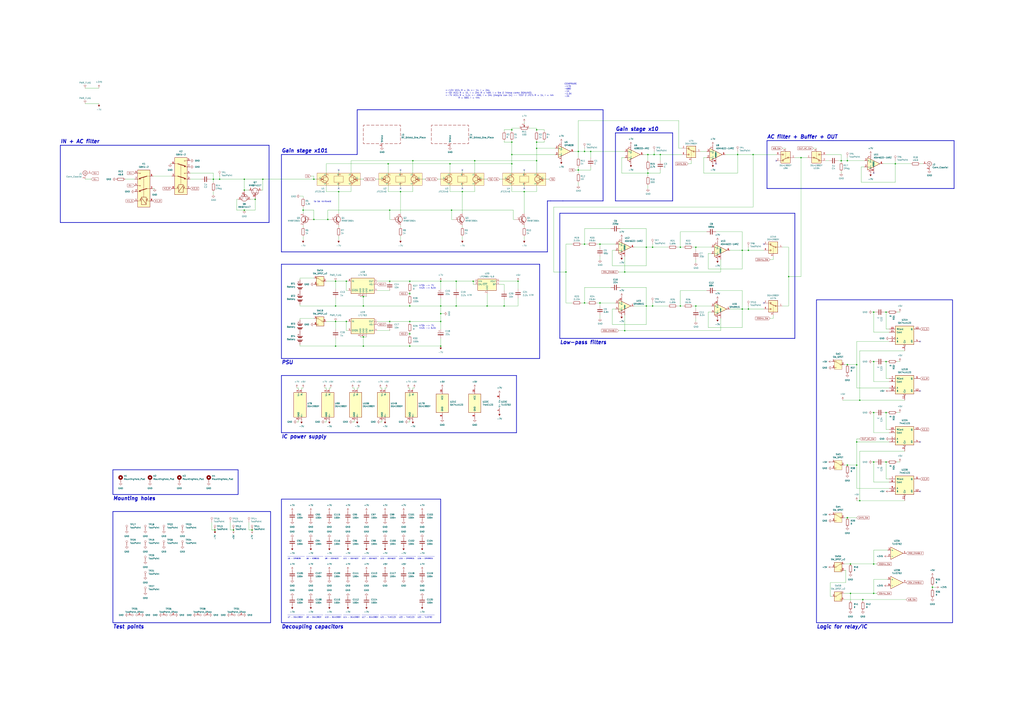
<source format=kicad_sch>
(kicad_sch (version 20230121) (generator eeschema)
  (paper "A1")
  (title_block (title "1 Hz - 1 MHz Eurocard Low Noise Amplifier") (date "06 April 2025") (rev "1"))
  (junction (at 336.55 264.16))
  (junction (at 336.55 274.32))
  (junction (at 474.98 124.46))
  (junction (at 339.09 132.08))
  (junction (at 542.29 127))
  (junction (at 647.7 227.33))
  (junction (at 191.77 435.61))
  (junction (at 320.04 231.14))
  (junction (at 176.53 435.61))
  (junction (at 695.96 132.08))
  (junction (at 209.55 163.83))
  (junction (at 698.5 487.68))
  (junction (at 275.59 284.48))
  (junction (at 298.45 243.84))
  (junction (at 695.96 299.72))
  (junction (at 703.58 382.27))
  (junction (at 717.55 463.55))
  (junction (at 200.66 172.72))
  (junction (at 320.04 172.72))
  (junction (at 374.65 251.46))
  (junction (at 727.71 297.18))
  (junction (at 464.82 223.52))
  (junction (at 609.6 254))
  (junction (at 389.89 132.08))
  (junction (at 735.33 134.62))
  (junction (at 706.12 411.48))
  (junction (at 361.95 264.16))
  (junction (at 328.93 157.48))
  (junction (at 695.96 425.45))
  (junction (at 336.55 284.48))
  (junction (at 207.01 435.61))
  (junction (at 690.88 132.08))
  (junction (at 420.37 127))
  (junction (at 535.94 251.46))
  (junction (at 284.48 231.14))
  (junction (at 361.95 257.81))
  (junction (at 727.71 256.54))
  (junction (at 717.55 256.54))
  (junction (at 361.95 231.14))
  (junction (at 492.76 248.92))
  (junction (at 492.76 200.66))
  (junction (at 374.65 231.14))
  (junction (at 257.81 147.32))
  (junction (at 180.34 147.32))
  (junction (at 420.37 106.68))
  (junction (at 485.14 124.46))
  (junction (at 336.55 251.46))
  (junction (at 275.59 231.14))
  (junction (at 257.81 180.34))
  (junction (at 425.45 231.14))
  (junction (at 200.66 156.21))
  (junction (at 657.86 129.54))
  (junction (at 513.08 271.78))
  (junction (at 480.06 200.66))
  (junction (at 200.66 147.32))
  (junction (at 400.05 251.46))
  (junction (at 278.13 157.48))
  (junction (at 727.71 379.73))
  (junction (at 717.55 339.09))
  (junction (at 336.55 241.3))
  (junction (at 248.92 172.72))
  (junction (at 513.08 223.52))
  (junction (at 369.57 134.62))
  (junction (at 614.68 205.74))
  (junction (at 571.5 203.2))
  (junction (at 609.6 205.74))
  (junction (at 708.66 492.76))
  (junction (at 275.59 264.16))
  (junction (at 695.96 382.27))
  (junction (at 269.24 180.34))
  (junction (at 420.37 116.84))
  (junction (at 532.13 127))
  (junction (at 298.45 276.86))
  (junction (at 440.69 121.92))
  (junction (at 420.37 134.62))
  (junction (at 361.95 284.48))
  (junction (at 379.73 157.48))
  (junction (at 361.95 251.46))
  (junction (at 717.55 379.73))
  (junction (at 480.06 124.46))
  (junction (at 284.48 264.16))
  (junction (at 698.5 463.55))
  (junction (at 440.69 106.68))
  (junction (at 215.9 147.32))
  (junction (at 298.45 284.48))
  (junction (at 370.84 172.72))
  (junction (at 175.26 147.32))
  (junction (at 558.8 251.46))
  (junction (at 275.59 251.46))
  (junction (at 571.5 251.46))
  (junction (at 717.55 297.18))
  (junction (at 535.94 203.2))
  (junction (at 618.49 127))
  (junction (at 336.55 231.14))
  (junction (at 530.86 251.46))
  (junction (at 440.69 116.84))
  (junction (at 765.81 482.6))
  (junction (at 320.04 264.16))
  (junction (at 605.79 127))
  (junction (at 706.12 328.93))
  (junction (at 318.77 134.62))
  (junction (at 727.71 339.09))
  (junction (at 430.53 157.48))
  (junction (at 537.21 127))
  (junction (at 440.69 132.08))
  (junction (at 480.06 248.92))
  (junction (at 298.45 251.46))
  (junction (at 474.98 139.7))
  (junction (at 703.58 299.72))
  (junction (at 414.02 251.46))
  (junction (at 532.13 142.24))
  (junction (at 717.55 487.68))
  (junction (at 614.68 254))
  (junction (at 530.86 203.2))
  (junction (at 388.62 231.14))
  (junction (at 703.58 363.22))
  (junction (at 558.8 203.2))
  (no_connect (at 627.38 248.92))
  (no_connect (at 588.01 134.62))
  (no_connect (at 755.65 363.22))
  (no_connect (at 755.65 280.67))
  (no_connect (at 379.73 154.94))
  (no_connect (at 637.54 132.08))
  (no_connect (at 328.93 139.7))
  (no_connect (at 755.65 321.31))
  (no_connect (at 278.13 154.94))
  (no_connect (at 755.65 403.86))
  (no_connect (at 430.53 139.7))
  (no_connect (at 379.73 139.7))
  (no_connect (at 328.93 154.94))
  (no_connect (at 430.53 154.94))
  (no_connect (at 278.13 139.7))
  (no_connect (at 717.55 142.24))
  (no_connect (at 627.38 200.66))
  (wire (pts (xy 668.02 121.92) (xy 670.56 121.92)))
  (wire (pts (xy 420.37 134.62) (xy 420.37 127)))
  (polyline (pts (xy 312.42 505.46) (xy 326.39 505.46)))
  (wire (pts (xy 571.5 251.46) (xy 584.2 251.46)))
  (wire (pts (xy 508 223.52) (xy 513.08 223.52)))
  (wire (pts (xy 690.88 132.08) (xy 690.88 127)))
  (polyline (pts (xy 281.94 457.2) (xy 295.91 457.2)))
  (wire (pts (xy 542.29 127) (xy 537.21 127)))
  (wire (pts (xy 477.52 200.66) (xy 480.06 200.66)))
  (wire (pts (xy 246.38 284.48) (xy 275.59 284.48)))
  (wire (pts (xy 707.39 137.16) (xy 709.93 137.16)))
  (wire (pts (xy 298.45 147.32) (xy 295.91 147.32)))
  (wire (pts (xy 490.22 200.66) (xy 492.76 200.66)))
  (wire (pts (xy 717.55 339.09) (xy 718.82 339.09)))
  (wire (pts (xy 69.85 147.32) (xy 74.93 147.32)))
  (wire (pts (xy 695.96 129.54) (xy 695.96 132.08)))
  (polyline (pts (xy 49.53 182.88) (xy 220.98 182.88)) (stroke (width 0.508) (type solid)))
  (wire (pts (xy 502.92 218.44) (xy 530.86 218.44)))
  (wire (pts (xy 618.49 127) (xy 637.54 127)))
  (wire (pts (xy 278.13 157.48) (xy 278.13 175.26)))
  (wire (pts (xy 571.5 264.16) (xy 571.5 261.62)))
  (wire (pts (xy 173.99 435.61) (xy 173.99 429.26)))
  (wire (pts (xy 320.04 180.34) (xy 321.31 180.34)))
  (wire (pts (xy 336.55 231.14) (xy 320.04 231.14)))
  (wire (pts (xy 379.73 186.69) (xy 379.73 185.42)))
  (wire (pts (xy 389.89 233.68) (xy 388.62 233.68)))
  (wire (pts (xy 284.48 238.76) (xy 284.48 231.14)))
  (wire (pts (xy 502.92 205.74) (xy 505.46 205.74)))
  (wire (pts (xy 361.95 257.81) (xy 361.95 264.16)))
  (wire (pts (xy 290.83 346.71) (xy 290.83 345.44)))
  (wire (pts (xy 632.46 213.36) (xy 635 213.36)))
  (wire (pts (xy 388.62 233.68) (xy 388.62 231.14)))
  (wire (pts (xy 246.38 251.46) (xy 275.59 251.46)))
  (wire (pts (xy 727.71 379.73) (xy 726.44 379.73)))
  (wire (pts (xy 175.26 147.32) (xy 175.26 149.86)))
  (wire (pts (xy 730.25 355.6) (xy 717.55 355.6)))
  (wire (pts (xy 379.73 157.48) (xy 379.73 175.26)))
  (wire (pts (xy 295.91 243.84) (xy 298.45 243.84)))
  (wire (pts (xy 698.5 463.55) (xy 717.55 463.55)))
  (wire (pts (xy 278.13 152.4) (xy 278.13 154.94)))
  (wire (pts (xy 614.68 254) (xy 627.38 254)))
  (wire (pts (xy 298.45 276.86) (xy 300.99 276.86)))
  (wire (pts (xy 765.81 483.87) (xy 765.81 482.6)))
  (wire (pts (xy 313.69 318.77) (xy 313.69 320.04)))
  (wire (pts (xy 275.59 251.46) (xy 298.45 251.46)))
  (wire (pts (xy 295.91 276.86) (xy 298.45 276.86)))
  (wire (pts (xy 599.44 254) (xy 609.6 254)))
  (wire (pts (xy 414.02 115.57) (xy 414.02 116.84)))
  (polyline (pts (xy 495.3 165.1) (xy 495.3 90.17)) (stroke (width 0.508) (type solid)))
  (wire (pts (xy 480.06 200.66) (xy 480.06 187.96)))
  (wire (pts (xy 728.98 256.54) (xy 727.71 256.54)))
  (wire (pts (xy 485.14 137.16) (xy 485.14 139.7)))
  (wire (pts (xy 440.69 116.84) (xy 447.04 116.84)))
  (wire (pts (xy 727.71 339.09) (xy 726.44 339.09)))
  (wire (pts (xy 474.98 124.46) (xy 471.17 124.46)))
  (polyline (pts (xy 220.98 119.38) (xy 220.98 182.88)) (stroke (width 0.508) (type solid)))
  (wire (pts (xy 270.51 318.77) (xy 270.51 320.04)))
  (wire (pts (xy 379.73 152.4) (xy 379.73 154.94)))
  (wire (pts (xy 308.61 147.32) (xy 311.15 147.32)))
  (wire (pts (xy 609.6 205.74) (xy 609.6 220.98)))
  (wire (pts (xy 309.88 264.16) (xy 320.04 264.16)))
  (wire (pts (xy 335.28 346.71) (xy 336.55 346.71)))
  (wire (pts (xy 513.08 129.54) (xy 510.54 129.54)))
  (polyline (pts (xy 552.45 109.22) (xy 552.45 165.1)) (stroke (width 0.508) (type solid)))
  (wire (pts (xy 289.56 318.77) (xy 290.83 318.77)))
  (wire (pts (xy 609.6 269.24) (xy 609.6 254)))
  (polyline (pts (xy 459.74 175.26) (xy 652.78 175.26)) (stroke (width 0.508) (type solid)))
  (wire (pts (xy 379.73 157.48) (xy 389.89 157.48)))
  (wire (pts (xy 581.66 269.24) (xy 609.6 269.24)))
  (wire (pts (xy 520.7 251.46) (xy 530.86 251.46)))
  (wire (pts (xy 400.05 251.46) (xy 400.05 241.3)))
  (wire (pts (xy 248.92 172.72) (xy 248.92 175.26)))
  (wire (pts (xy 492.76 251.46) (xy 492.76 248.92)))
  (wire (pts (xy 717.55 463.55) (xy 720.09 463.55)))
  (wire (pts (xy 267.97 264.16) (xy 275.59 264.16)))
  (wire (pts (xy 693.42 487.68) (xy 698.5 487.68)))
  (wire (pts (xy 530.86 251.46) (xy 530.86 236.22)))
  (wire (pts (xy 513.08 223.52) (xy 591.82 223.52)))
  (polyline (pts (xy 459.74 278.13) (xy 652.78 278.13)) (stroke (width 0.508) (type solid)))
  (wire (pts (xy 102.87 147.32) (xy 110.49 147.32)))
  (wire (pts (xy 595.63 127) (xy 605.79 127)))
  (wire (pts (xy 339.09 132.08) (xy 389.89 132.08)))
  (polyline (pts (xy 424.18 308.61) (xy 424.18 355.6)) (stroke (width 0.508) (type solid)))
  (wire (pts (xy 558.8 238.76) (xy 580.39 238.76)))
  (wire (pts (xy 414.02 233.68) (xy 410.21 233.68)))
  (wire (pts (xy 285.75 271.78) (xy 284.48 271.78)))
  (wire (pts (xy 520.7 203.2) (xy 530.86 203.2)))
  (wire (pts (xy 739.14 339.09) (xy 736.6 339.09)))
  (polyline (pts (xy 231.14 127) (xy 231.14 207.01)) (stroke (width 0.508) (type solid)))
  (wire (pts (xy 440.69 106.68) (xy 440.69 105.41)))
  (wire (pts (xy 717.55 487.68) (xy 720.09 487.68)))
  (wire (pts (xy 548.64 203.2) (xy 535.94 203.2)))
  (wire (pts (xy 728.98 379.73) (xy 727.71 379.73)))
  (wire (pts (xy 681.99 478.79) (xy 694.69 478.79)))
  (wire (pts (xy 312.42 318.77) (xy 313.69 318.77)))
  (wire (pts (xy 257.81 180.34) (xy 269.24 180.34)))
  (wire (pts (xy 420.37 152.4) (xy 420.37 157.48)))
  (wire (pts (xy 716.28 256.54) (xy 717.55 256.54)))
  (wire (pts (xy 716.28 297.18) (xy 717.55 297.18)))
  (wire (pts (xy 502.92 205.74) (xy 502.92 218.44)))
  (wire (pts (xy 693.42 382.27) (xy 695.96 382.27)))
  (polyline (pts (xy 327.66 457.2) (xy 341.63 457.2)))
  (wire (pts (xy 370.84 180.34) (xy 370.84 172.72)))
  (wire (pts (xy 535.94 203.2) (xy 530.86 203.2)))
  (wire (pts (xy 558.8 251.46) (xy 561.34 251.46)))
  (wire (pts (xy 421.64 180.34) (xy 421.64 172.72)))
  (polyline (pts (xy 49.53 119.38) (xy 220.98 119.38)) (stroke (width 0.508) (type solid)))
  (wire (pts (xy 581.66 256.54) (xy 584.2 256.54)))
  (wire (pts (xy 156.21 142.24) (xy 175.26 142.24)))
  (wire (pts (xy 361.95 231.14) (xy 361.95 237.49)))
  (wire (pts (xy 421.64 180.34) (xy 422.91 180.34)))
  (wire (pts (xy 328.93 152.4) (xy 328.93 154.94)))
  (polyline (pts (xy 293.37 127) (xy 231.14 127)) (stroke (width 0.508) (type solid)))
  (wire (pts (xy 369.57 157.48) (xy 379.73 157.48)))
  (wire (pts (xy 248.92 161.29) (xy 246.38 161.29)))
  (wire (pts (xy 532.13 154.94) (xy 532.13 152.4)))
  (wire (pts (xy 480.06 124.46) (xy 474.98 124.46)))
  (wire (pts (xy 246.38 228.6) (xy 257.81 228.6)))
  (wire (pts (xy 205.74 163.83) (xy 209.55 163.83)))
  (wire (pts (xy 609.6 254) (xy 614.68 254)))
  (wire (pts (xy 558.8 238.76) (xy 558.8 251.46)))
  (wire (pts (xy 568.96 251.46) (xy 571.5 251.46)))
  (wire (pts (xy 581.66 220.98) (xy 609.6 220.98)))
  (wire (pts (xy 605.79 124.46) (xy 605.79 127)))
  (wire (pts (xy 708.66 492.76) (xy 744.22 492.76)))
  (wire (pts (xy 328.93 139.7) (xy 328.93 142.24)))
  (wire (pts (xy 532.13 139.7) (xy 532.13 142.24)))
  (wire (pts (xy 695.96 299.72) (xy 703.58 299.72)))
  (wire (pts (xy 339.09 152.4) (xy 339.09 157.48)))
  (wire (pts (xy 336.55 264.16) (xy 361.95 264.16)))
  (wire (pts (xy 175.26 157.48) (xy 175.26 160.02)))
  (wire (pts (xy 294.64 318.77) (xy 293.37 318.77)))
  (wire (pts (xy 180.34 147.32) (xy 200.66 147.32)))
  (wire (pts (xy 474.98 137.16) (xy 474.98 139.7)))
  (wire (pts (xy 532.13 142.24) (xy 532.13 144.78)))
  (polyline (pts (xy 652.78 175.26) (xy 652.78 278.13)) (stroke (width 0.508) (type solid)))
  (wire (pts (xy 765.81 481.33) (xy 765.81 482.6)))
  (wire (pts (xy 730.25 270.51) (xy 727.71 270.51)))
  (wire (pts (xy 156.21 147.32) (xy 165.1 147.32)))
  (wire (pts (xy 320.04 172.72) (xy 370.84 172.72)))
  (wire (pts (xy 267.97 134.62) (xy 318.77 134.62)))
  (wire (pts (xy 318.77 134.62) (xy 318.77 142.24)))
  (wire (pts (xy 707.39 149.86) (xy 735.33 149.86)))
  (polyline (pts (xy 231.14 217.17) (xy 443.23 217.17)) (stroke (width 0.508) (type solid)))
  (wire (pts (xy 191.77 435.61) (xy 189.23 435.61)))
  (wire (pts (xy 730.25 313.69) (xy 717.55 313.69)))
  (wire (pts (xy 730.25 311.15) (xy 727.71 311.15)))
  (wire (pts (xy 364.49 257.81) (xy 361.95 257.81)))
  (wire (pts (xy 450.85 147.32) (xy 448.31 147.32)))
  (wire (pts (xy 537.21 127) (xy 532.13 127)))
  (wire (pts (xy 742.95 328.93) (xy 706.12 328.93)))
  (wire (pts (xy 485.14 129.54) (xy 485.14 124.46)))
  (wire (pts (xy 215.9 147.32) (xy 257.81 147.32)))
  (wire (pts (xy 245.11 318.77) (xy 245.11 320.04)))
  (wire (pts (xy 474.98 129.54) (xy 474.98 124.46)))
  (wire (pts (xy 288.29 132.08) (xy 339.09 132.08)))
  (wire (pts (xy 246.38 261.62) (xy 257.81 261.62)))
  (wire (pts (xy 336.55 318.77) (xy 336.55 320.04)))
  (wire (pts (xy 765.81 482.6) (xy 768.35 482.6)))
  (polyline (pts (xy 459.74 175.26) (xy 459.74 278.13)) (stroke (width 0.508) (type solid)))
  (wire (pts (xy 678.18 127) (xy 690.88 127)))
  (wire (pts (xy 480.06 248.92) (xy 482.6 248.92)))
  (wire (pts (xy 410.21 231.14) (xy 425.45 231.14)))
  (wire (pts (xy 730.25 396.24) (xy 717.55 396.24)))
  (wire (pts (xy 328.93 194.31) (xy 328.93 196.85)))
  (wire (pts (xy 535.94 200.66) (xy 535.94 203.2)))
  (wire (pts (xy 320.04 180.34) (xy 320.04 172.72)))
  (wire (pts (xy 735.33 134.62) (xy 748.03 134.62)))
  (wire (pts (xy 285.75 238.76) (xy 284.48 238.76)))
  (wire (pts (xy 207.01 435.61) (xy 204.47 435.61)))
  (wire (pts (xy 209.55 163.83) (xy 209.55 172.72)))
  (wire (pts (xy 176.53 435.61) (xy 173.99 435.61)))
  (polyline (pts (xy 236.22 505.46) (xy 250.19 505.46)))
  (wire (pts (xy 267.97 231.14) (xy 275.59 231.14)))
  (wire (pts (xy 336.55 231.14) (xy 361.95 231.14)))
  (polyline (pts (xy 231.14 308.61) (xy 231.14 355.6)) (stroke (width 0.508) (type solid)))
  (wire (pts (xy 414.02 238.76) (xy 414.02 233.68)))
  (wire (pts (xy 440.69 152.4) (xy 440.69 157.48)))
  (wire (pts (xy 728.98 476.25) (xy 717.55 476.25)))
  (wire (pts (xy 374.65 251.46) (xy 400.05 251.46)))
  (wire (pts (xy 389.89 132.08) (xy 440.69 132.08)))
  (wire (pts (xy 275.59 284.48) (xy 275.59 278.13)))
  (wire (pts (xy 477.52 248.92) (xy 480.06 248.92)))
  (wire (pts (xy 707.39 137.16) (xy 707.39 149.86)))
  (wire (pts (xy 440.69 116.84) (xy 440.69 121.92)))
  (wire (pts (xy 139.7 134.62) (xy 140.97 134.62)))
  (wire (pts (xy 706.12 370.84) (xy 742.95 370.84)))
  (wire (pts (xy 548.64 251.46) (xy 535.94 251.46)))
  (wire (pts (xy 510.54 142.24) (xy 532.13 142.24)))
  (wire (pts (xy 725.17 134.62) (xy 735.33 134.62)))
  (wire (pts (xy 513.08 271.78) (xy 591.82 271.78)))
  (wire (pts (xy 635 213.36) (xy 635 210.82)))
  (wire (pts (xy 703.58 280.67) (xy 703.58 299.72)))
  (wire (pts (xy 194.31 172.72) (xy 194.31 163.83)))
  (wire (pts (xy 703.58 360.68) (xy 703.58 363.22)))
  (wire (pts (xy 245.11 346.71) (xy 245.11 345.44)))
  (polyline (pts (xy 281.94 505.46) (xy 295.91 505.46)))
  (wire (pts (xy 256.54 180.34) (xy 257.81 180.34)))
  (wire (pts (xy 742.95 411.48) (xy 706.12 411.48)))
  (wire (pts (xy 248.92 194.31) (xy 248.92 196.85)))
  (wire (pts (xy 708.66 492.76) (xy 708.66 494.03)))
  (wire (pts (xy 758.19 134.62) (xy 755.65 134.62)))
  (polyline (pts (xy 49.53 119.38) (xy 49.53 182.88)) (stroke (width 0.508) (type solid)))
  (wire (pts (xy 474.98 152.4) (xy 474.98 149.86)))
  (wire (pts (xy 693.42 299.72) (xy 695.96 299.72)))
  (wire (pts (xy 502.92 266.7) (xy 530.86 266.7)))
  (wire (pts (xy 474.98 99.06) (xy 557.53 99.06)))
  (wire (pts (xy 267.97 134.62) (xy 267.97 142.24)))
  (wire (pts (xy 581.66 256.54) (xy 581.66 269.24)))
  (wire (pts (xy 694.69 468.63) (xy 693.42 468.63)))
  (wire (pts (xy 716.28 339.09) (xy 717.55 339.09)))
  (polyline (pts (xy 251.46 457.2) (xy 265.43 457.2)))
  (wire (pts (xy 581.66 208.28) (xy 581.66 220.98)))
  (wire (pts (xy 374.65 245.11) (xy 374.65 251.46)))
  (polyline (pts (xy 297.18 505.46) (xy 311.15 505.46)))
  (polyline (pts (xy 342.9 505.46) (xy 356.87 505.46)))
  (wire (pts (xy 730.25 353.06) (xy 727.71 353.06)))
  (wire (pts (xy 480.06 121.92) (xy 480.06 124.46)))
  (wire (pts (xy 420.37 134.62) (xy 420.37 142.24)))
  (wire (pts (xy 175.26 142.24) (xy 175.26 147.32)))
  (wire (pts (xy 361.95 264.16) (xy 361.95 270.51)))
  (wire (pts (xy 739.14 379.73) (xy 736.6 379.73)))
  (wire (pts (xy 588.01 238.76) (xy 609.6 238.76)))
  (wire (pts (xy 271.78 318.77) (xy 270.51 318.77)))
  (polyline (pts (xy 236.22 457.2) (xy 250.19 457.2)))
  (wire (pts (xy 275.59 270.51) (xy 275.59 264.16)))
  (wire (pts (xy 318.77 157.48) (xy 328.93 157.48)))
  (wire (pts (xy 316.23 318.77) (xy 316.23 320.04)))
  (wire (pts (xy 728.98 452.12) (xy 717.55 452.12)))
  (wire (pts (xy 565.15 134.62) (xy 567.69 134.62)))
  (wire (pts (xy 246.38 283.21) (xy 246.38 284.48)))
  (polyline (pts (xy 293.37 90.17) (xy 293.37 127)) (stroke (width 0.508) (type solid)))
  (wire (pts (xy 683.26 490.22) (xy 681.99 490.22)))
  (wire (pts (xy 557.53 99.06) (xy 557.53 121.92)))
  (wire (pts (xy 662.94 129.54) (xy 657.86 129.54)))
  (wire (pts (xy 614.68 251.46) (xy 614.68 254)))
  (polyline (pts (xy 297.18 457.2) (xy 311.15 457.2)))
  (wire (pts (xy 695.96 132.08) (xy 690.88 132.08)))
  (wire (pts (xy 577.85 129.54) (xy 580.39 129.54)))
  (wire (pts (xy 255.27 144.78) (xy 257.81 144.78)))
  (wire (pts (xy 298.45 243.84) (xy 300.99 243.84)))
  (wire (pts (xy 690.88 142.24) (xy 690.88 140.97)))
  (wire (pts (xy 335.28 318.77) (xy 336.55 318.77)))
  (wire (pts (xy 618.49 127) (xy 618.49 170.18)))
  (wire (pts (xy 556.26 251.46) (xy 558.8 251.46)))
  (wire (pts (xy 430.53 139.7) (xy 430.53 142.24)))
  (wire (pts (xy 336.55 240.03) (xy 336.55 241.3)))
  (wire (pts (xy 485.14 124.46) (xy 513.08 124.46)))
  (wire (pts (xy 642.62 203.2) (xy 647.7 203.2)))
  (wire (pts (xy 693.42 425.45) (xy 695.96 425.45)))
  (wire (pts (xy 577.85 142.24) (xy 605.79 142.24)))
  (wire (pts (xy 706.12 360.68) (xy 703.58 360.68)))
  (wire (pts (xy 215.9 156.21) (xy 214.63 156.21)))
  (wire (pts (xy 425.45 251.46) (xy 414.02 251.46)))
  (wire (pts (xy 588.01 190.5) (xy 609.6 190.5)))
  (wire (pts (xy 318.77 152.4) (xy 318.77 157.48)))
  (wire (pts (xy 591.82 261.62) (xy 591.82 271.78)))
  (wire (pts (xy 530.86 218.44) (xy 530.86 203.2)))
  (wire (pts (xy 336.55 251.46) (xy 361.95 251.46)))
  (wire (pts (xy 609.6 254) (xy 609.6 238.76)))
  (wire (pts (xy 336.55 346.71) (xy 336.55 345.44)))
  (wire (pts (xy 703.58 299.72) (xy 703.58 318.77)))
  (wire (pts (xy 204.47 435.61) (xy 204.47 429.26)))
  (wire (pts (xy 492.76 248.92) (xy 505.46 248.92)))
  (wire (pts (xy 492.76 213.36) (xy 492.76 210.82)))
  (wire (pts (xy 695.96 425.45) (xy 703.58 425.45)))
  (wire (pts (xy 599.44 205.74) (xy 609.6 205.74)))
  (wire (pts (xy 359.41 147.32) (xy 361.95 147.32)))
  (wire (pts (xy 414.02 251.46) (xy 400.05 251.46)))
  (wire (pts (xy 361.95 245.11) (xy 361.95 251.46)))
  (wire (pts (xy 125.73 154.94) (xy 127 154.94)))
  (wire (pts (xy 336.55 273.05) (xy 336.55 274.32)))
  (wire (pts (xy 369.57 152.4) (xy 369.57 157.48)))
  (wire (pts (xy 290.83 318.77) (xy 290.83 320.04)))
  (wire (pts (xy 267.97 157.48) (xy 278.13 157.48)))
  (wire (pts (xy 420.37 105.41) (xy 420.37 106.68)))
  (wire (pts (xy 571.5 215.9) (xy 571.5 213.36)))
  (wire (pts (xy 535.94 251.46) (xy 530.86 251.46)))
  (wire (pts (xy 269.24 172.72) (xy 320.04 172.72)))
  (polyline (pts (xy 266.7 457.2) (xy 280.67 457.2)))
  (polyline (pts (xy 231.14 207.01) (xy 449.58 207.01)) (stroke (width 0.508) (type solid)))
  (wire (pts (xy 336.55 284.48) (xy 361.95 284.48)))
  (wire (pts (xy 414.02 251.46) (xy 414.02 246.38)))
  (wire (pts (xy 69.85 72.39) (xy 81.28 72.39)))
  (polyline (pts (xy 462.28 165.1) (xy 495.3 165.1)) (stroke (width 0.508) (type solid)))
  (wire (pts (xy 642.62 121.92) (xy 645.16 121.92)))
  (wire (pts (xy 730.25 393.7) (xy 727.71 393.7)))
  (wire (pts (xy 698.5 487.68) (xy 717.55 487.68)))
  (wire (pts (xy 248.92 172.72) (xy 257.81 172.72)))
  (polyline (pts (xy 251.46 505.46) (xy 265.43 505.46)))
  (polyline (pts (xy 266.7 505.46) (xy 280.67 505.46)))
  (wire (pts (xy 635 261.62) (xy 635 259.08)))
  (wire (pts (xy 706.12 288.29) (xy 742.95 288.29)))
  (wire (pts (xy 464.82 200.66) (xy 464.82 223.52)))
  (wire (pts (xy 288.29 152.4) (xy 288.29 157.48)))
  (wire (pts (xy 454.66 170.18) (xy 618.49 170.18)))
  (polyline (pts (xy 449.58 165.1) (xy 452.12 165.1)) (stroke (width 0.508) (type solid)))
  (wire (pts (xy 374.65 231.14) (xy 374.65 237.49)))
  (wire (pts (xy 647.7 227.33) (xy 657.86 227.33)))
  (wire (pts (xy 425.45 231.14) (xy 425.45 237.49)))
  (wire (pts (xy 200.66 147.32) (xy 200.66 156.21)))
  (wire (pts (xy 575.31 124.46) (xy 580.39 124.46)))
  (wire (pts (xy 678.18 132.08) (xy 680.72 132.08)))
  (wire (pts (xy 556.26 203.2) (xy 558.8 203.2)))
  (wire (pts (xy 542.29 139.7) (xy 542.29 142.24)))
  (wire (pts (xy 267.97 346.71) (xy 267.97 345.44)))
  (wire (pts (xy 269.24 180.34) (xy 269.24 172.72)))
  (wire (pts (xy 614.68 203.2) (xy 614.68 205.74)))
  (wire (pts (xy 513.08 210.82) (xy 513.08 223.52)))
  (wire (pts (xy 568.96 203.2) (xy 571.5 203.2)))
  (wire (pts (xy 400.05 147.32) (xy 397.51 147.32)))
  (wire (pts (xy 278.13 194.31) (xy 278.13 196.85)))
  (wire (pts (xy 275.59 245.11) (xy 275.59 251.46)))
  (wire (pts (xy 571.5 205.74) (xy 571.5 203.2)))
  (wire (pts (xy 440.69 132.08) (xy 440.69 121.92)))
  (polyline (pts (xy 552.45 165.1) (xy 505.46 165.1)) (stroke (width 0.508) (type solid)))
  (wire (pts (xy 717.55 452.12) (xy 717.55 463.55)))
  (wire (pts (xy 298.45 276.86) (xy 298.45 284.48)))
  (wire (pts (xy 703.58 280.67) (xy 730.25 280.67)))
  (wire (pts (xy 194.31 163.83) (xy 195.58 163.83)))
  (wire (pts (xy 336.55 275.59) (xy 336.55 274.32)))
  (wire (pts (xy 275.59 237.49) (xy 275.59 231.14)))
  (wire (pts (xy 275.59 231.14) (xy 284.48 231.14)))
  (wire (pts (xy 581.66 208.28) (xy 584.2 208.28)))
  (wire (pts (xy 717.55 273.05) (xy 717.55 256.54)))
  (wire (pts (xy 652.78 129.54) (xy 657.86 129.54)))
  (wire (pts (xy 695.96 132.08) (xy 709.93 132.08)))
  (wire (pts (xy 647.7 203.2) (xy 647.7 227.33)))
  (wire (pts (xy 609.6 205.74) (xy 609.6 190.5)))
  (wire (pts (xy 369.57 134.62) (xy 369.57 142.24)))
  (wire (pts (xy 278.13 139.7) (xy 278.13 142.24)))
  (polyline (pts (xy 312.42 457.2) (xy 326.39 457.2)))
  (wire (pts (xy 703.58 411.48) (xy 706.12 411.48)))
  (wire (pts (xy 349.25 147.32) (xy 346.71 147.32)))
  (wire (pts (xy 298.45 284.48) (xy 336.55 284.48)))
  (wire (pts (xy 194.31 172.72) (xy 200.66 172.72)))
  (wire (pts (xy 361.95 257.81) (xy 361.95 251.46)))
  (wire (pts (xy 278.13 186.69) (xy 278.13 185.42)))
  (wire (pts (xy 464.82 200.66) (xy 469.9 200.66)))
  (wire (pts (xy 474.98 99.06) (xy 474.98 124.46)))
  (wire (pts (xy 275.59 284.48) (xy 298.45 284.48)))
  (wire (pts (xy 706.12 328.93) (xy 706.12 288.29)))
  (wire (pts (xy 320.04 264.16) (xy 336.55 264.16)))
  (wire (pts (xy 698.5 487.68) (xy 698.5 494.03)))
  (wire (pts (xy 336.55 251.46) (xy 336.55 250.19)))
  (wire (pts (xy 681.99 490.22) (xy 681.99 478.79)))
  (wire (pts (xy 370.84 172.72) (xy 421.64 172.72)))
  (polyline (pts (xy 552.45 109.22) (xy 505.46 109.22)) (stroke (width 0.508) (type solid)))
  (wire (pts (xy 266.7 346.71) (xy 267.97 346.71)))
  (wire (pts (xy 694.69 478.79) (xy 694.69 468.63)))
  (polyline (pts (xy 443.23 217.17) (xy 443.23 294.64)) (stroke (width 0.508) (type solid)))
  (wire (pts (xy 246.38 250.19) (xy 246.38 251.46)))
  (wire (pts (xy 309.88 271.78) (xy 320.04 271.78)))
  (wire (pts (xy 454.66 170.18) (xy 454.66 223.52)))
  (wire (pts (xy 266.7 318.77) (xy 267.97 318.77)))
  (wire (pts (xy 530.86 203.2) (xy 530.86 187.96)))
  (polyline (pts (xy 424.18 308.61) (xy 231.14 308.61)) (stroke (width 0.508) (type solid)))
  (wire (pts (xy 542.29 132.08) (xy 542.29 127)))
  (wire (pts (xy 716.28 379.73) (xy 717.55 379.73)))
  (wire (pts (xy 480.06 248.92) (xy 480.06 236.22)))
  (wire (pts (xy 558.8 203.2) (xy 558.8 190.5)))
  (wire (pts (xy 420.37 116.84) (xy 420.37 127)))
  (polyline (pts (xy 231.14 217.17) (xy 231.14 294.64)) (stroke (width 0.508) (type solid)))
  (wire (pts (xy 361.95 251.46) (xy 374.65 251.46)))
  (wire (pts (xy 246.38 228.6) (xy 246.38 229.87)))
  (wire (pts (xy 389.89 142.24) (xy 389.89 132.08)))
  (wire (pts (xy 335.28 241.3) (xy 336.55 241.3)))
  (wire (pts (xy 69.85 85.09) (xy 81.28 85.09)))
  (wire (pts (xy 175.26 147.32) (xy 180.34 147.32)))
  (wire (pts (xy 200.66 172.72) (xy 209.55 172.72)))
  (wire (pts (xy 447.04 116.84) (xy 447.04 115.57)))
  (wire (pts (xy 379.73 194.31) (xy 379.73 196.85)))
  (wire (pts (xy 657.86 129.54) (xy 657.86 227.33)))
  (wire (pts (xy 730.25 318.77) (xy 703.58 318.77)))
  (wire (pts (xy 289.56 346.71) (xy 290.83 346.71)))
  (polyline (pts (xy 327.66 505.46) (xy 341.63 505.46)))
  (wire (pts (xy 336.55 242.57) (xy 336.55 241.3)))
  (wire (pts (xy 339.09 142.24) (xy 339.09 132.08)))
  (polyline (pts (xy 629.92 115.57) (xy 629.92 154.94)) (stroke (width 0.508) (type solid)))
  (polyline (pts (xy 495.3 90.17) (xy 293.37 90.17)) (stroke (width 0.508) (type solid)))
  (wire (pts (xy 275.59 264.16) (xy 284.48 264.16)))
  (wire (pts (xy 730.25 273.05) (xy 717.55 273.05)))
  (wire (pts (xy 200.66 156.21) (xy 204.47 156.21)))
  (wire (pts (xy 180.34 144.78) (xy 180.34 147.32)))
  (wire (pts (xy 361.95 278.13) (xy 361.95 284.48)))
  (wire (pts (xy 502.92 254) (xy 505.46 254)))
  (wire (pts (xy 537.21 124.46) (xy 537.21 127)))
  (wire (pts (xy 440.69 107.95) (xy 440.69 106.68)))
  (wire (pts (xy 605.79 127) (xy 618.49 127)))
  (wire (pts (xy 693.42 492.76) (xy 708.66 492.76)))
  (wire (pts (xy 480.06 200.66) (xy 482.6 200.66)))
  (wire (pts (xy 243.84 318.77) (xy 245.11 318.77)))
  (wire (pts (xy 727.71 270.51) (xy 727.71 256.54)))
  (wire (pts (xy 558.8 203.2) (xy 561.34 203.2)))
  (wire (pts (xy 647.7 227.33) (xy 647.7 251.46)))
  (polyline (pts (xy 449.58 165.1) (xy 449.58 207.01)) (stroke (width 0.508) (type solid)))
  (wire (pts (xy 717.55 297.18) (xy 718.82 297.18)))
  (wire (pts (xy 447.04 106.68) (xy 440.69 106.68)))
  (wire (pts (xy 510.54 129.54) (xy 510.54 142.24)))
  (wire (pts (xy 642.62 251.46) (xy 647.7 251.46)))
  (wire (pts (xy 440.69 121.92) (xy 455.93 121.92)))
  (wire (pts (xy 248.92 318.77) (xy 247.65 318.77)))
  (wire (pts (xy 389.89 152.4) (xy 389.89 157.48)))
  (wire (pts (xy 414.02 107.95) (xy 414.02 106.68)))
  (wire (pts (xy 243.84 346.71) (xy 245.11 346.71)))
  (wire (pts (xy 440.69 142.24) (xy 440.69 132.08)))
  (wire (pts (xy 727.71 311.15) (xy 727.71 297.18)))
  (wire (pts (xy 293.37 318.77) (xy 293.37 320.04)))
  (wire (pts (xy 288.29 142.24) (xy 288.29 132.08)))
  (polyline (pts (xy 505.46 109.22) (xy 505.46 165.1)) (stroke (width 0.508) (type solid)))
  (wire (pts (xy 693.42 463.55) (xy 698.5 463.55)))
  (wire (pts (xy 532.13 132.08) (xy 532.13 127)))
  (wire (pts (xy 440.69 115.57) (xy 440.69 116.84)))
  (wire (pts (xy 414.02 106.68) (xy 420.37 106.68)))
  (wire (pts (xy 492.76 203.2) (xy 492.76 200.66)))
  (wire (pts (xy 430.53 157.48) (xy 430.53 175.26)))
  (wire (pts (xy 317.5 318.77) (xy 316.23 318.77)))
  (wire (pts (xy 447.04 107.95) (xy 447.04 106.68)))
  (wire (pts (xy 189.23 435.61) (xy 189.23 429.26)))
  (wire (pts (xy 328.93 186.69) (xy 328.93 185.42)))
  (wire (pts (xy 215.9 147.32) (xy 215.9 156.21)))
  (wire (pts (xy 248.92 162.56) (xy 248.92 161.29)))
  (wire (pts (xy 370.84 180.34) (xy 372.11 180.34)))
  (wire (pts (xy 530.86 266.7) (xy 530.86 251.46)))
  (wire (pts (xy 739.14 256.54) (xy 736.6 256.54)))
  (wire (pts (xy 430.53 186.69) (xy 430.53 185.42)))
  (wire (pts (xy 369.57 134.62) (xy 420.37 134.62)))
  (wire (pts (xy 464.82 223.52) (xy 464.82 248.92)))
  (wire (pts (xy 571.5 203.2) (xy 584.2 203.2)))
  (wire (pts (xy 727.71 353.06) (xy 727.71 339.09)))
  (wire (pts (xy 571.5 254) (xy 571.5 251.46)))
  (wire (pts (xy 336.55 284.48) (xy 336.55 283.21)))
  (wire (pts (xy 739.14 297.18) (xy 736.6 297.18)))
  (wire (pts (xy 605.79 142.24) (xy 605.79 127)))
  (wire (pts (xy 430.53 152.4) (xy 430.53 154.94)))
  (wire (pts (xy 490.22 248.92) (xy 492.76 248.92)))
  (wire (pts (xy 312.42 346.71) (xy 313.69 346.71)))
  (wire (pts (xy 508 271.78) (xy 513.08 271.78)))
  (wire (pts (xy 591.82 213.36) (xy 591.82 223.52)))
  (wire (pts (xy 125.73 144.78) (xy 140.97 144.78)))
  (wire (pts (xy 542.29 127) (xy 560.07 127)))
  (wire (pts (xy 434.34 105.41) (xy 440.69 105.41)))
  (polyline (pts (xy 629.92 154.94) (xy 783.59 154.94)) (stroke (width 0.508) (type solid)))
  (wire (pts (xy 420.37 106.68) (xy 420.37 107.95)))
  (wire (pts (xy 464.82 248.92) (xy 469.9 248.92)))
  (wire (pts (xy 267.97 152.4) (xy 267.97 157.48)))
  (wire (pts (xy 388.62 231.14) (xy 374.65 231.14)))
  (wire (pts (xy 269.24 180.34) (xy 270.51 180.34)))
  (wire (pts (xy 318.77 134.62) (xy 369.57 134.62)))
  (wire (pts (xy 513.08 259.08) (xy 513.08 271.78)))
  (wire (pts (xy 339.09 318.77) (xy 339.09 320.04)))
  (wire (pts (xy 557.53 121.92) (xy 560.07 121.92)))
  (wire (pts (xy 388.62 231.14) (xy 389.89 231.14)))
  (wire (pts (xy 200.66 147.32) (xy 215.9 147.32)))
  (wire (pts (xy 379.73 139.7) (xy 379.73 142.24)))
  (wire (pts (xy 735.33 132.08) (xy 735.33 134.62)))
  (wire (pts (xy 335.28 274.32) (xy 336.55 274.32)))
  (wire (pts (xy 535.94 248.92) (xy 535.94 251.46)))
  (wire (pts (xy 248.92 170.18) (xy 248.92 172.72)))
  (wire (pts (xy 728.98 297.18) (xy 727.71 297.18)))
  (wire (pts (xy 309.88 238.76) (xy 320.04 238.76)))
  (wire (pts (xy 172.72 147.32) (xy 175.26 147.32)))
  (wire (pts (xy 735.33 149.86) (xy 735.33 134.62)))
  (wire (pts (xy 284.48 231.14) (xy 285.75 231.14)))
  (polyline (pts (xy 424.18 355.6) (xy 231.14 355.6)) (stroke (width 0.508) (type solid)))
  (wire (pts (xy 420.37 157.48) (xy 430.53 157.48)))
  (wire (pts (xy 727.71 297.18) (xy 726.44 297.18)))
  (wire (pts (xy 502.92 254) (xy 502.92 266.7)))
  (wire (pts (xy 328.93 157.48) (xy 339.09 157.48)))
  (wire (pts (xy 717.55 396.24) (xy 717.55 379.73)))
  (wire (pts (xy 426.72 105.41) (xy 420.37 105.41)))
  (wire (pts (xy 492.76 200.66) (xy 505.46 200.66)))
  (wire (pts (xy 340.36 318.77) (xy 339.09 318.77)))
  (wire (pts (xy 336.55 265.43) (xy 336.55 264.16)))
  (wire (pts (xy 480.06 187.96) (xy 501.65 187.96)))
  (wire (pts (xy 492.76 261.62) (xy 492.76 259.08)))
  (wire (pts (xy 727.71 256.54) (xy 726.44 256.54)))
  (wire (pts (xy 284.48 264.16) (xy 285.75 264.16)))
  (wire (pts (xy 727.71 393.7) (xy 727.71 379.73)))
  (wire (pts (xy 309.88 231.14) (xy 320.04 231.14)))
  (wire (pts (xy 257.81 172.72) (xy 257.81 180.34)))
  (wire (pts (xy 410.21 147.32) (xy 412.75 147.32)))
  (wire (pts (xy 532.13 127) (xy 528.32 127)))
  (wire (pts (xy 278.13 157.48) (xy 288.29 157.48)))
  (wire (pts (xy 480.06 236.22) (xy 501.65 236.22)))
  (wire (pts (xy 509.27 187.96) (xy 530.86 187.96)))
  (polyline (pts (xy 452.12 165.1) (xy 462.28 165.1)) (stroke (width 0.508) (type solid)))
  (wire (pts (xy 485.14 124.46) (xy 480.06 124.46)))
  (wire (pts (xy 328.93 157.48) (xy 328.93 175.26)))
  (wire (pts (xy 717.55 256.54) (xy 718.82 256.54)))
  (wire (pts (xy 361.95 231.14) (xy 374.65 231.14)))
  (wire (pts (xy 717.55 476.25) (xy 717.55 487.68)))
  (wire (pts (xy 706.12 411.48) (xy 706.12 370.84)))
  (wire (pts (xy 267.97 318.77) (xy 267.97 320.04)))
  (polyline (pts (xy 342.9 457.2) (xy 356.87 457.2)))
  (wire (pts (xy 248.92 186.69) (xy 248.92 185.42)))
  (wire (pts (xy 284.48 271.78) (xy 284.48 264.16)))
  (wire (pts (xy 717.55 355.6) (xy 717.55 339.09)))
  (wire (pts (xy 690.88 133.35) (xy 690.88 132.08)))
  (wire (pts (xy 730.25 401.32) (xy 703.58 401.32)))
  (wire (pts (xy 577.85 129.54) (xy 577.85 142.24)))
  (wire (pts (xy 632.46 261.62) (xy 635 261.62)))
  (wire (pts (xy 425.45 245.11) (xy 425.45 251.46)))
  (wire (pts (xy 485.14 139.7) (xy 474.98 139.7)))
  (wire (pts (xy 257.81 144.78) (xy 257.81 147.32)))
  (wire (pts (xy 420.37 127) (xy 455.93 127)))
  (wire (pts (xy 542.29 142.24) (xy 532.13 142.24)))
  (wire (pts (xy 692.15 328.93) (xy 706.12 328.93)))
  (wire (pts (xy 474.98 139.7) (xy 474.98 142.24)))
  (wire (pts (xy 454.66 223.52) (xy 464.82 223.52)))
  (wire (pts (xy 247.65 318.77) (xy 247.65 320.04)))
  (polyline (pts (xy 231.14 294.64) (xy 443.23 294.64)) (stroke (width 0.508) (type solid)))
  (wire (pts (xy 313.69 346.71) (xy 313.69 345.44)))
  (wire (pts (xy 430.53 157.48) (xy 440.69 157.48)))
  (polyline (pts (xy 783.59 115.57) (xy 783.59 154.94)) (stroke (width 0.508) (type solid)))
  (wire (pts (xy 703.58 382.27) (xy 703.58 401.32)))
  (wire (pts (xy 430.53 100.33) (xy 430.53 101.6)))
  (wire (pts (xy 257.81 147.32) (xy 260.35 147.32)))
  (polyline (pts (xy 629.92 115.57) (xy 783.59 115.57)) (stroke (width 0.508) (type solid)))
  (wire (pts (xy 472.44 139.7) (xy 474.98 139.7)))
  (wire (pts (xy 298.45 251.46) (xy 336.55 251.46)))
  (wire (pts (xy 336.55 232.41) (xy 336.55 231.14)))
  (wire (pts (xy 614.68 205.74) (xy 627.38 205.74)))
  (wire (pts (xy 717.55 379.73) (xy 718.82 379.73)))
  (wire (pts (xy 509.27 236.22) (xy 530.86 236.22)))
  (wire (pts (xy 609.6 205.74) (xy 614.68 205.74)))
  (wire (pts (xy 420.37 115.57) (xy 420.37 116.84)))
  (wire (pts (xy 246.38 261.62) (xy 246.38 262.89)))
  (wire (pts (xy 298.45 243.84) (xy 298.45 251.46)))
  (wire (pts (xy 430.53 194.31) (xy 430.53 196.85)))
  (wire (pts (xy 567.69 134.62) (xy 567.69 132.08)))
  (wire (pts (xy 414.02 116.84) (xy 420.37 116.84)))
  (wire (pts (xy 558.8 190.5) (xy 580.39 190.5)))
  (wire (pts (xy 695.96 382.27) (xy 703.58 382.27)))
  (wire (pts (xy 728.98 339.09) (xy 727.71 339.09)))
  (wire (pts (xy 717.55 313.69) (xy 717.55 297.18)))
  (wire (pts (xy 703.58 363.22) (xy 730.25 363.22)))
  (wire (pts (xy 703.58 363.22) (xy 703.58 382.27)))
  (wire (pts (xy 688.34 132.08) (xy 690.88 132.08)))
  (rectangle (start 92.71 386.08) (end 195.58 406.4) (stroke (width 0.508)))
  (rectangle (start 231.14 410.21) (end 361.95 511.81) (stroke (width 0.508)))
  (rectangle (start 670.56 246.38) (end 782.32 511.81) (stroke (width 0.508)))
  (rectangle (start 92.71 420.37) (end 222.25 511.81) (stroke (width 0.508)))
  (text "U17 - DG419BDY" (at 297.18 508 0) (effects (font (size 1 1)) (justify left bottom)))
  (text "U21 - 74HC123" (at 312.42 508 0) (effects (font (size 1 1)) (justify left bottom)))
  (text "Logic for relay/IC" (at 670.56 516.89 0) (effects (font (size 2.9972 2.9972) (thickness 0.5994) bold italic) (justify left bottom)))
  (text "+-12V VCC: R = 2k +- 1k, I = 2m;\n+-5V VCC: R = 1k, I = 2m; R = 400, I = 5m (I intesa come OGNUNO)\n+-7V VCC: R = 1.1k +- 200, I = 2m; (meglio con 1k) -- TEST 2 JFET: R = 1k, I = 4m\n	      R = 560, I = 4m;" (at 365.76 81.28 0) (effects (font (size 1.27 1.27)) (justify left bottom)))
  (text "470k -> 7V\n442k -> 6.5k" (at 344.17 270.51 0) (effects (font (size 1.27 1.27)) (justify left bottom)))
  (text "470k -> 7V\n442k -> 6.5k" (at 344.17 237.49 0) (effects (font (size 1.27 1.27)) (justify left bottom)))
  (text "IN + AC filter" (at 49.53 118.11 0) (effects (font (size 2.9972 2.9972) (thickness 0.5994) bold italic) (justify left bottom)))
  (text "U6 - AD8033" (at 251.46 459.74 0) (effects (font (size 1 1)) (justify left bottom)))
  (text "U23 - TLV3702" (at 342.9 508 0) (effects (font (size 1 1)) (justify left bottom)))
  (text "Decoupling capacitors" (at 231.14 516.89 0) (effects (font (size 2.9972 2.9972) (thickness 0.5994) bold italic) (justify left bottom)))
  (text "U13 - ADA4622" (at 312.42 459.74 0) (effects (font (size 1 1)) (justify left bottom)))
  (text "U7 - DG419BDY" (at 236.22 508 0) (effects (font (size 1 1)) (justify left bottom)))
  (text "to be reviewed" (at 257.81 166.37 0) (effects (font (size 1.27 1.27)) (justify left bottom)))
  (text "U8 - ADA4622" (at 266.7 459.74 0) (effects (font (size 1 1)) (justify left bottom)))
  (text "U14 - DG419BDY" (at 281.94 508 0) (effects (font (size 1 1)) (justify left bottom)))
  (text "U16 - OPA991S" (at 342.9 459.74 0) (effects (font (size 1 1)) (justify left bottom)))
  (text "IC power supply" (at 231.14 360.68 0) (effects (font (size 2.9972 2.9972) (thickness 0.5994) bold italic) (justify left bottom)))
  (text "PSU" (at 231.14 299.72 0) (effects (font (size 2.9972 2.9972) (thickness 0.5994) bold italic) (justify left bottom)))
  (text "U5 - OPA828" (at 236.22 459.74 0) (effects (font (size 1 1)) (justify left bottom)))
  (text "Gain stage x101" (at 231.14 125.73 0) (effects (font (size 2.9972 2.9972) (thickness 0.5994) bold italic) (justify left bottom)))
  (text "U12 - ADA4622" (at 297.18 459.74 0) (effects (font (size 1 1)) (justify left bottom)))
  (text "AC filter + Buffer + OUT" (at 629.92 114.3 0) (effects (font (size 2.9972 2.9972) (thickness 0.5994) bold italic) (justify left bottom)))
  (text "Gain stage x10" (at 505.46 107.95 0) (effects (font (size 2.9972 2.9972) (thickness 0.5994) bold italic) (justify left bottom)))
  (text "U10 - DG419BDY" (at 266.7 508 0) (effects (font (size 1 1)) (justify left bottom)))
  (text "U15 - OPA991S" (at 327.66 459.74 0) (effects (font (size 1 1)) (justify left bottom)))
  (text "Low-pass filters" (at 459.74 283.21 0) (effects (font (size 2.9972 2.9972) (thickness 0.5994) bold italic) (justify left bottom)))
  (text "U22 - 74HC123" (at 327.66 508 0) (effects (font (size 1 1)) (justify left bottom)))
  (text "U9 - DG419BDY" (at 251.46 508 0) (effects (font (size 1 1)) (justify left bottom)))
  (text "COMPRARE\n-470\n-680\n-1K\n-1.3K\n-2K" (at 463.55 80.01 0) (effects (font (size 1.27 1.27)) (justify left bottom)))
  (text "Test points" (at 92.71 516.89 0) (effects (font (size 2.9972 2.9972) (thickness 0.5994) bold italic) (justify left bottom)))
  (text "Mounting holes" (at 92.71 411.48 0) (effects (font (size 2.9972 2.9972) (thickness 0.5994) bold italic) (justify left bottom)))
  (text "U11 - ADA4622" (at 281.94 459.74 0) (effects (font (size 1 1)) (justify left bottom)))
  (global_label "K1_R" (shape input) (at 755.65 311.15 0) (property "Intersheetrefs" "${INTERSHEET_REFS}" (effects hide)))
  (global_label "GAIN_SW" (shape input) (at 703.58 425.45 0) (property "Intersheetrefs" "${INTERSHEET_REFS}" (effects hide)))
  (global_label "IN" (shape input) (at 410.21 147.32 180) (property "Intersheetrefs" "${INTERSHEET_REFS}" (effects hide)))
  (global_label "IN" (shape input) (at 308.61 147.32 180) (property "Intersheetrefs" "${INTERSHEET_REFS}" (effects hide)))
  (global_label "200_ENABLE" (shape input) (at 744.22 454.66 0) (property "Intersheetrefs" "${INTERSHEET_REFS}" (effects hide)))
  (global_label "20k_ENABLE" (shape input) (at 508 223.52 180) (property "Intersheetrefs" "${INTERSHEET_REFS}" (effects hide)))
  (global_label "200Hz_SW" (shape input) (at 720.09 463.55 0) (property "Intersheetrefs" "${INTERSHEET_REFS}" (effects hide)))
  (global_label "20k_ENABLE" (shape input) (at 744.22 478.79 0) (property "Intersheetrefs" "${INTERSHEET_REFS}" (effects hide)))
  (global_label "ADJ1" (shape input) (at 309.88 233.68 0) (property "Intersheetrefs" "${INTERSHEET_REFS}" (effects hide)))
  (global_label "GAIN_SW" (shape input) (at 565.15 134.62 180) (property "Intersheetrefs" "${INTERSHEET_REFS}" (effects hide)))
  (global_label "WB_SW" (shape input) (at 642.62 121.92 180) (property "Intersheetrefs" "${INTERSHEET_REFS}" (effects hide)))
  (global_label "IN-" (shape input) (at 110.49 152.4 180) (property "Intersheetrefs" "${INTERSHEET_REFS}" (effects hide)))
  (global_label "IN" (shape input) (at 359.41 147.32 180) (property "Intersheetrefs" "${INTERSHEET_REFS}" (effects hide)))
  (global_label "FB" (shape input) (at 349.25 147.32 0) (property "Intersheetrefs" "${INTERSHEET_REFS}" (effects hide)))
  (global_label "K1_S" (shape input) (at 755.65 270.51 0) (property "Intersheetrefs" "${INTERSHEET_REFS}" (effects hide)))
  (global_label "IN+" (shape input) (at 110.49 142.24 180) (property "Intersheetrefs" "${INTERSHEET_REFS}" (effects hide)))
  (global_label "200Hz_SW" (shape input) (at 632.46 261.62 180) (property "Intersheetrefs" "${INTERSHEET_REFS}" (effects hide)))
  (global_label "OUT_AC_SW" (shape input) (at 706.12 360.68 0) (property "Intersheetrefs" "${INTERSHEET_REFS}" (effects hide)))
  (global_label "K2_S" (shape input) (at 755.65 353.06 0) (property "Intersheetrefs" "${INTERSHEET_REFS}" (effects hide)))
  (global_label "K2_R" (shape input) (at 755.65 393.7 0) (property "Intersheetrefs" "${INTERSHEET_REFS}" (effects hide)))
  (global_label "FB" (shape input) (at 472.44 139.7 180) (property "Intersheetrefs" "${INTERSHEET_REFS}" (effects hide)))
  (global_label "FB" (shape input) (at 450.85 147.32 0) (property "Intersheetrefs" "${INTERSHEET_REFS}" (effects hide)))
  (global_label "FB" (shape input) (at 298.45 147.32 0) (property "Intersheetrefs" "${INTERSHEET_REFS}" (effects hide)))
  (global_label "20kHz_SW" (shape input) (at 632.46 213.36 180) (property "Intersheetrefs" "${INTERSHEET_REFS}" (effects hide)))
  (global_label "200_ENABLE" (shape input) (at 508 271.78 180) (property "Intersheetrefs" "${INTERSHEET_REFS}" (effects hide)))
  (global_label "K1_R" (shape input) (at 125.73 165.1 0) (property "Intersheetrefs" "${INTERSHEET_REFS}" (effects hide)))
  (global_label "ADJ1" (shape input) (at 335.28 241.3 180) (property "Intersheetrefs" "${INTERSHEET_REFS}" (effects hide)))
  (global_label "K1_S" (shape input) (at 110.49 165.1 180) (property "Intersheetrefs" "${INTERSHEET_REFS}" (effects hide)))
  (global_label "IN" (shape input) (at 255.27 144.78 180) (property "Intersheetrefs" "${INTERSHEET_REFS}" (effects hide)))
  (global_label "ADJ2" (shape input) (at 335.28 274.32 180) (property "Intersheetrefs" "${INTERSHEET_REFS}" (effects hide)))
  (global_label "WB_SW" (shape input) (at 744.22 492.76 0) (property "Intersheetrefs" "${INTERSHEET_REFS}" (effects hide)))
  (global_label "K2_S" (shape input) (at 156.21 154.94 0) (property "Intersheetrefs" "${INTERSHEET_REFS}" (effects hide)))
  (global_label "20kHz_SW" (shape input) (at 720.09 487.68 0) (property "Intersheetrefs" "${INTERSHEET_REFS}" (effects hide)))
  (global_label "IN-" (shape input) (at 74.93 147.32 0) (property "Intersheetrefs" "${INTERSHEET_REFS}" (effects hide)))
  (global_label "OUT_AC_SW" (shape input) (at 668.02 121.92 180) (property "Intersheetrefs" "${INTERSHEET_REFS}" (effects hide)))
  (global_label "IN+" (shape input) (at 74.93 142.24 0) (property "Intersheetrefs" "${INTERSHEET_REFS}" (effects hide)))
  (global_label "FB" (shape input) (at 400.05 147.32 0) (property "Intersheetrefs" "${INTERSHEET_REFS}" (effects hide)))
  (global_label "K2_R" (shape input) (at 140.97 154.94 180) (property "Intersheetrefs" "${INTERSHEET_REFS}" (effects hide)))
  (global_label "ADJ2" (shape input) (at 309.88 266.7 0) (property "Intersheetrefs" "${INTERSHEET_REFS}" (effects hide)))
  (symbol (lib_id "Device:R") (at 420.37 111.76 0) (unit 1)
    (property "Reference" "R1" (at 422.148 110.5916 0) (effects (justify left)))
    (property "Value" "1k" (at 422.148 112.903 0) (effects (justify left)))
    (property "Footprint" "Resistor_SMD:R_1206_3216Metric_Pad1.30x1.75mm_HandSolder" (effects hide))
  )
  (symbol (lib_id "Device:R") (at 440.69 111.76 0) (unit 1)
    (property "Reference" "R2" (at 442.468 110.5916 0) (effects (justify left)))
    (property "Value" "1k" (at 442.468 112.903 0) (effects (justify left)))
    (property "Footprint" "Resistor_SMD:R_1206_3216Metric_Pad1.30x1.75mm_HandSolder" (effects hide))
  )
  (symbol (lib_id "Device:R") (at 474.98 133.35 0) (unit 1)
    (property "Reference" "R11" (at 476.758 132.1816 0) (effects (justify left)))
    (property "Value" "1k" (at 476.758 134.493 0) (effects (justify left)))
    (property "Footprint" "Resistor_SMD:R_1206_3216Metric_Pad1.30x1.75mm_HandSolder" (effects hide))
  )
  (symbol (lib_id "Device:R") (at 474.98 146.05 0) (unit 1)
    (property "Reference" "R12" (at 476.758 144.8816 0) (effects (justify left)))
    (property "Value" "10" (at 476.758 147.193 0) (effects (justify left)))
    (property "Footprint" "Resistor_SMD:R_1206_3216Metric_Pad1.30x1.75mm_HandSolder" (effects hide))
  )
  (symbol (lib_id "power:GND") (at 474.98 152.4 0) (unit 1)
    (property "Reference" "#PWR0112" (effects hide))
    (property "Value" "GND" (at 475.107 156.7942 0))
  )
  (symbol (lib_id "Device:R") (at 175.26 153.67 0) (unit 1)
    (property "Reference" "R14" (at 177.038 152.5016 0) (effects (justify left)))
    (property "Value" "1Meg" (at 177.038 154.813 0) (effects (justify left)))
    (property "Footprint" "Resistor_SMD:R_1206_3216Metric_Pad1.30x1.75mm_HandSolder" (effects hide))
  )
  (symbol (lib_id "power:GND") (at 175.26 160.02 0) (unit 1)
    (property "Reference" "#PWR0105" (effects hide))
    (property "Value" "GND" (at 175.387 164.4142 0))
  )
  (symbol (lib_id "Device:R") (at 248.92 166.37 0) (unit 1)
    (property "Reference" "R5" (at 250.698 165.2016 0) (effects (justify left)))
    (property "Value" "1.3k" (at 250.698 167.513 0) (effects (justify left)))
    (property "Footprint" "Resistor_SMD:R_1206_3216Metric_Pad1.30x1.75mm_HandSolder" (effects hide))
  )
  (symbol (lib_id "power:GND") (at 246.38 161.29 270) (unit 1)
    (property "Reference" "#PWR0106" (effects hide))
    (property "Value" "GND" (at 243.1288 161.417 90) (effects (justify right)))
  )
  (symbol (lib_id "LNA_v1-rescue:JFE2140-LNA_v1") (at 278.13 147.32 0) (unit 1)
    (property "Reference" "U1" (at 266.7 154.94 0) (effects (justify right)))
    (property "Value" "JFE2140" (at 266.7 157.48 0) (effects (justify right)))
    (property "Footprint" "Package_SO:SOIC-8_3.9x4.9mm_P1.27mm" (effects hide))
  )
  (symbol (lib_id "Device:R") (at 278.13 190.5 0) (unit 1)
    (property "Reference" "R7" (at 279.908 189.3316 0) (effects (justify left)))
    (property "Value" "1k" (at 279.908 191.643 0) (effects (justify left)))
    (property "Footprint" "Resistor_SMD:R_1206_3216Metric_Pad1.30x1.75mm_HandSolder" (effects hide))
  )
  (symbol (lib_id "Device:R") (at 532.13 135.89 0) (unit 1)
    (property "Reference" "R15" (at 533.908 134.7216 0) (effects (justify left)))
    (property "Value" "2.7k" (at 533.908 137.033 0) (effects (justify left)))
    (property "Footprint" "Resistor_SMD:R_1206_3216Metric_Pad1.30x1.75mm_HandSolder" (effects hide))
  )
  (symbol (lib_id "Device:R") (at 532.13 148.59 0) (unit 1)
    (property "Reference" "R16" (at 533.908 147.4216 0) (effects (justify left)))
    (property "Value" "300" (at 533.908 149.733 0) (effects (justify left)))
    (property "Footprint" "Resistor_SMD:R_1206_3216Metric_Pad1.30x1.75mm_HandSolder" (effects hide))
  )
  (symbol (lib_id "power:GND") (at 532.13 154.94 0) (unit 1)
    (property "Reference" "#PWR0125" (effects hide))
    (property "Value" "GND" (at 532.257 159.3342 0))
  )
  (symbol (lib_id "Device:C") (at 542.29 135.89 0) (unit 1)
    (property "Reference" "C3" (at 545.211 134.7216 0) (effects (justify left)))
    (property "Value" "C" (at 545.211 137.033 0) (effects (justify left)))
    (property "Footprint" "Capacitor_SMD:C_0805_2012Metric_Pad1.18x1.45mm_HandSolder" (effects hide))
  )
  (symbol (lib_id "Device:C") (at 485.14 133.35 0) (unit 1)
    (property "Reference" "C1" (at 488.061 132.1816 0) (effects (justify left)))
    (property "Value" "C" (at 488.061 134.493 0) (effects (justify left)))
    (property "Footprint" "Capacitor_SMD:C_0805_2012Metric_Pad1.18x1.45mm_HandSolder" (effects hide))
  )
  (symbol (lib_id "Device:R") (at 473.71 200.66 270) (unit 1)
    (property "Reference" "R19" (at 473.71 195.4022 90))
    (property "Value" "2.15k" (at 473.71 197.7136 90))
    (property "Footprint" "Resistor_SMD:R_1206_3216Metric_Pad1.30x1.75mm_HandSolder" (effects hide))
  )
  (symbol (lib_id "Device:R") (at 486.41 200.66 270) (unit 1)
    (property "Reference" "R20" (at 486.41 195.4022 90))
    (property "Value" "19.6k" (at 486.41 197.7136 90))
    (property "Footprint" "Resistor_SMD:R_1206_3216Metric_Pad1.30x1.75mm_HandSolder" (effects hide))
  )
  (symbol (lib_id "LNA_v1-rescue:R_POT-Device") (at 430.53 105.41 90) (unit 1)
    (property "Reference" "RV1" (at 430.53 108.331 90))
    (property "Value" "100" (at 430.53 110.6424 90))
    (property "Footprint" "Potentiometer_THT:Potentiometer_Bourns_3296W_Vertical" (effects hide))
  )
  (symbol (lib_id "Device:C") (at 505.46 187.96 270) (unit 1)
    (property "Reference" "C6" (at 505.46 181.5592 90))
    (property "Value" "220p" (at 505.46 183.8706 90))
    (property "Footprint" "Capacitor_SMD:C_1206_3216Metric_Pad1.33x1.80mm_HandSolder" (effects hide))
  )
  (symbol (lib_id "Device:C") (at 492.76 207.01 180) (unit 1)
    (property "Reference" "C5" (at 495.681 205.8416 0) (effects (justify right)))
    (property "Value" "68p" (at 495.681 208.153 0) (effects (justify right)))
    (property "Footprint" "Capacitor_SMD:C_1206_3216Metric_Pad1.33x1.80mm_HandSolder" (effects hide))
  )
  (symbol (lib_id "power:GND") (at 492.76 213.36 0) (unit 1)
    (property "Reference" "#PWR0122" (effects hide))
    (property "Value" "GND" (at 492.887 217.7542 0))
  )
  (symbol (lib_id "Device:R") (at 552.45 203.2 270) (unit 1)
    (property "Reference" "R21" (at 552.45 197.9422 90))
    (property "Value" "1.69k" (at 552.45 200.2536 90))
    (property "Footprint" "Resistor_SMD:R_1206_3216Metric_Pad1.30x1.75mm_HandSolder" (effects hide))
  )
  (symbol (lib_id "Device:R") (at 565.15 203.2 270) (unit 1)
    (property "Reference" "R22" (at 565.15 197.9422 90))
    (property "Value" "16.5k" (at 565.15 200.2536 90))
    (property "Footprint" "Resistor_SMD:R_1206_3216Metric_Pad1.30x1.75mm_HandSolder" (effects hide))
  )
  (symbol (lib_id "Device:C") (at 584.2 190.5 270) (unit 1)
    (property "Reference" "C8" (at 584.2 184.0992 90))
    (property "Value" "680p" (at 584.2 186.4106 90))
    (property "Footprint" "Capacitor_SMD:C_1206_3216Metric_Pad1.33x1.80mm_HandSolder" (effects hide))
  )
  (symbol (lib_id "Device:C") (at 571.5 209.55 180) (unit 1)
    (property "Reference" "C7" (at 574.421 208.3816 0) (effects (justify right)))
    (property "Value" "33p" (at 574.421 210.693 0) (effects (justify right)))
    (property "Footprint" "Capacitor_SMD:C_1206_3216Metric_Pad1.33x1.80mm_HandSolder" (effects hide))
  )
  (symbol (lib_id "power:GND") (at 571.5 215.9 0) (unit 1)
    (property "Reference" "#PWR0121" (effects hide))
    (property "Value" "GND" (at 571.627 220.2942 0))
  )
  (symbol (lib_id "Device:R") (at 473.71 248.92 270) (unit 1)
    (property "Reference" "R23" (at 473.71 243.6622 90))
    (property "Value" "2.15k" (at 473.71 245.9736 90))
    (property "Footprint" "Resistor_SMD:R_1206_3216Metric_Pad1.30x1.75mm_HandSolder" (effects hide))
  )
  (symbol (lib_id "Device:R") (at 486.41 248.92 270) (unit 1)
    (property "Reference" "R24" (at 486.41 243.6622 90))
    (property "Value" "19.6k" (at 486.41 245.9736 90))
    (property "Footprint" "Resistor_SMD:R_1206_3216Metric_Pad1.30x1.75mm_HandSolder" (effects hide))
  )
  (symbol (lib_id "Device:C") (at 505.46 236.22 270) (unit 1)
    (property "Reference" "C10" (at 505.46 229.8192 90))
    (property "Value" "22n" (at 505.46 232.1306 90))
    (property "Footprint" "Capacitor_SMD:C_1206_3216Metric_Pad1.33x1.80mm_HandSolder" (effects hide))
  )
  (symbol (lib_id "Device:C") (at 492.76 255.27 180) (unit 1)
    (property "Reference" "C9" (at 495.681 254.1016 0) (effects (justify right)))
    (property "Value" "6.8n" (at 495.681 256.413 0) (effects (justify right)))
    (property "Footprint" "Capacitor_SMD:C_1206_3216Metric_Pad1.33x1.80mm_HandSolder" (effects hide))
  )
  (symbol (lib_id "power:GND") (at 492.76 261.62 0) (unit 1)
    (property "Reference" "#PWR0120" (effects hide))
    (property "Value" "GND" (at 492.887 266.0142 0))
  )
  (symbol (lib_id "Device:R") (at 552.45 251.46 270) (unit 1)
    (property "Reference" "R25" (at 552.45 246.2022 90))
    (property "Value" "1.69k" (at 552.45 248.5136 90))
    (property "Footprint" "Resistor_SMD:R_1206_3216Metric_Pad1.30x1.75mm_HandSolder" (effects hide))
  )
  (symbol (lib_id "Device:R") (at 565.15 251.46 270) (unit 1)
    (property "Reference" "R26" (at 565.15 246.2022 90))
    (property "Value" "16.5k" (at 565.15 248.5136 90))
    (property "Footprint" "Resistor_SMD:R_1206_3216Metric_Pad1.30x1.75mm_HandSolder" (effects hide))
  )
  (symbol (lib_id "Device:C") (at 584.2 238.76 270) (unit 1)
    (property "Reference" "C12" (at 584.2 232.3592 90))
    (property "Value" "68n" (at 584.2 234.6706 90))
    (property "Footprint" "Capacitor_SMD:C_1206_3216Metric_Pad1.33x1.80mm_HandSolder" (effects hide))
  )
  (symbol (lib_id "Device:C") (at 571.5 257.81 180) (unit 1)
    (property "Reference" "C11" (at 574.421 256.6416 0) (effects (justify right)))
    (property "Value" "3.3n" (at 574.421 258.953 0) (effects (justify right)))
    (property "Footprint" "Capacitor_SMD:C_1206_3216Metric_Pad1.33x1.80mm_HandSolder" (effects hide))
  )
  (symbol (lib_id "power:GND") (at 571.5 264.16 0) (unit 1)
    (property "Reference" "#PWR0119" (effects hide))
    (property "Value" "GND" (at 571.627 268.5542 0))
  )
  (symbol (lib_id "LNA_v1-rescue:DG419BDY-LNA_v1") (at 567.69 121.92 0) (mirror y) (unit 1)
    (property "Reference" "U7" (at 567.69 115.7732 0))
    (property "Value" "DG419BDY" (at 567.69 118.0846 0))
    (property "Footprint" "Package_SO:SOIC-8_3.9x4.9mm_P1.27mm" (effects hide))
    (property "Datasheet" "https://www.vishay.com/docs/72107/dg417b.pdf" (effects hide))
  )
  (symbol (lib_id "LNA_v1-rescue:DG419BDY-LNA_v1") (at 245.11 332.74 0) (unit 2)
    (property "Reference" "U7" (at 252.222 331.5716 0) (effects (justify left)))
    (property "Value" "DG419BDY" (at 252.222 333.883 0) (effects (justify left)))
    (property "Footprint" "Package_SO:SOIC-8_3.9x4.9mm_P1.27mm" (effects hide))
    (property "Datasheet" "https://www.vishay.com/docs/72107/dg417b.pdf" (effects hide))
  )
  (symbol (lib_id "Device:R") (at 248.92 190.5 0) (unit 1)
    (property "Reference" "R6" (at 250.698 189.3316 0) (effects (justify left)))
    (property "Value" "1k" (at 250.698 191.643 0) (effects (justify left)))
    (property "Footprint" "Resistor_SMD:R_1206_3216Metric_Pad1.30x1.75mm_HandSolder" (effects hide))
  )
  (symbol (lib_id "LNA_v1-rescue:DG419BDY-LNA_v1") (at 645.16 132.08 180) (unit 1)
    (property "Reference" "U9" (at 645.16 138.2268 0))
    (property "Value" "DG419BDY" (at 645.16 135.9154 0))
    (property "Footprint" "Package_SO:SOIC-8_3.9x4.9mm_P1.27mm" (effects hide))
    (property "Datasheet" "https://www.vishay.com/docs/72107/dg417b.pdf" (effects hide))
  )
  (symbol (lib_id "LNA_v1-rescue:DG419BDY-LNA_v1") (at 267.97 332.74 0) (unit 2)
    (property "Reference" "U9" (at 275.082 331.5716 0) (effects (justify left)))
    (property "Value" "DG419BDY" (at 275.082 333.883 0) (effects (justify left)))
    (property "Footprint" "Package_SO:SOIC-8_3.9x4.9mm_P1.27mm" (effects hide))
    (property "Datasheet" "https://www.vishay.com/docs/72107/dg417b.pdf" (effects hide))
  )
  (symbol (lib_id "Connector:Conn_Coaxial") (at 69.85 142.24 0) (mirror y) (unit 1)
    (property "Reference" "J1" (at 67.31 142.875 0) (effects (justify left)))
    (property "Value" "Conn_Coaxial" (at 67.31 145.1864 0) (effects (justify left)))
    (property "Footprint" "Connector_Coaxial:BNC_Amphenol_B6252HB-NPP3G-50_Horizontal" (effects hide))
    (property "Datasheet" " ~" (effects hide))
  )
  (symbol (lib_id "LNA_v1-rescue:DG419BDY-LNA_v1") (at 290.83 332.74 0) (unit 2)
    (property "Reference" "U10" (at 297.942 331.5716 0) (effects (justify left)))
    (property "Value" "DG419BDY" (at 297.942 333.883 0) (effects (justify left)))
    (property "Footprint" "Package_SO:SOIC-8_3.9x4.9mm_P1.27mm" (effects hide))
    (property "Datasheet" "https://www.vishay.com/docs/72107/dg417b.pdf" (effects hide))
  )
  (symbol (lib_id "LNA_v1-rescue:DG419BDY-LNA_v1") (at 635 200.66 0) (mirror y) (unit 1)
    (property "Reference" "U14" (at 635 194.5132 0))
    (property "Value" "DG419BDY" (at 635 196.8246 0))
    (property "Footprint" "Package_SO:SOIC-8_3.9x4.9mm_P1.27mm" (effects hide))
    (property "Datasheet" "https://www.vishay.com/docs/72107/dg417b.pdf" (effects hide))
  )
  (symbol (lib_id "LNA_v1-rescue:OPA828-LNA_v1") (at 463.55 124.46 0) (unit 1)
    (property "Reference" "U5" (at 463.55 116.84 0) (effects (justify left)))
    (property "Value" "OPA828" (at 463.55 119.38 0) (effects (justify left)))
    (property "Footprint" "Package_SO:SOIC-8_3.9x4.9mm_P1.27mm" (effects hide))
  )
  (symbol (lib_id "LNA_v1-rescue:RF_Shield_One_Piece-Device") (at 313.69 110.49 0) (unit 1)
    (property "Reference" "J3" (at 329.692 110.7694 0) (effects (justify left)))
    (property "Value" "RF_Shield_One_Piece" (at 329.692 113.0808 0) (effects (justify left)))
    (property "Footprint" "RF_Shielding:Wuerth_36103305_30x30mm" (effects hide))
  )
  (symbol (lib_id "power:GND") (at 313.69 120.65 0) (unit 1)
    (property "Reference" "#PWR0104" (effects hide))
    (property "Value" "GND" (at 313.817 125.0442 0))
  )
  (symbol (lib_id "LNA_v1-rescue:AD8033-ARZ-LNA_v1") (at 520.7 127 0) (unit 1)
    (property "Reference" "U6" (at 520.7 119.38 0) (effects (justify left)))
    (property "Value" "AD8033-ARZ" (at 520.7 121.92 0) (effects (justify left)))
    (property "Footprint" "Package_SO:SOIC-8_3.9x4.9mm_P1.27mm" (effects hide))
    (property "Datasheet" "https://www.analog.com/media/en/technical-documentation/data-sheets/AD8033_8034.pdf" (effects hide))
  )
  (symbol (lib_id "Connector:TestPoint") (at 695.96 129.54 0) (unit 1)
    (property "Reference" "TP5" (at 697.4332 126.5428 0) (effects (justify left)))
    (property "Value" "TestPoint" (at 697.4332 128.8542 0) (effects (justify left)))
    (property "Footprint" "TestPoint:TestPoint_Pad_D1.0mm" (effects hide))
  )
  (symbol (lib_id "LNA_v1-rescue:JFE2140-LNA_v1") (at 379.73 147.32 0) (unit 1)
    (property "Reference" "U3" (at 368.3 154.94 0) (effects (justify right)))
    (property "Value" "JFE2140" (at 368.3 157.48 0) (effects (justify right)))
    (property "Footprint" "Package_SO:SOIC-8_3.9x4.9mm_P1.27mm" (effects hide))
  )
  (symbol (lib_id "Device:R") (at 379.73 190.5 0) (unit 1)
    (property "Reference" "R9" (at 381.508 189.3316 0) (effects (justify left)))
    (property "Value" "1k" (at 381.508 191.643 0) (effects (justify left)))
    (property "Footprint" "Resistor_SMD:R_1206_3216Metric_Pad1.30x1.75mm_HandSolder" (effects hide))
  )
  (symbol (lib_id "LNA_v1-rescue:JFE2140-LNA_v1") (at 430.53 147.32 0) (unit 1)
    (property "Reference" "U4" (at 419.1 154.94 0) (effects (justify right)))
    (property "Value" "JFE2140" (at 419.1 157.48 0) (effects (justify right)))
    (property "Footprint" "Package_SO:SOIC-8_3.9x4.9mm_P1.27mm" (effects hide))
  )
  (symbol (lib_id "Device:R") (at 430.53 190.5 0) (unit 1)
    (property "Reference" "R10" (at 432.308 189.3316 0) (effects (justify left)))
    (property "Value" "1k" (at 432.308 191.643 0) (effects (justify left)))
    (property "Footprint" "Resistor_SMD:R_1206_3216Metric_Pad1.30x1.75mm_HandSolder" (effects hide))
  )
  (symbol (lib_id "Transistor_BJT:MMBT3904") (at 377.19 180.34 0) (unit 1)
    (property "Reference" "Q3" (at 382.0414 179.1716 0) (effects (justify left)))
    (property "Value" "MMBT3904" (at 382.0414 181.483 0) (effects (justify left)))
    (property "Footprint" "Package_TO_SOT_SMD:SOT-23W" (effects hide))
    (property "Datasheet" "https://www.onsemi.com/pub/Collateral/2N3903-D.PDF" (effects hide))
  )
  (symbol (lib_id "Transistor_BJT:MMBT3904") (at 427.99 180.34 0) (unit 1)
    (property "Reference" "Q4" (at 432.8414 179.1716 0) (effects (justify left)))
    (property "Value" "MMBT3904" (at 432.8414 181.483 0) (effects (justify left)))
    (property "Footprint" "Package_TO_SOT_SMD:SOT-23W" (effects hide))
    (property "Datasheet" "https://www.onsemi.com/pub/Collateral/2N3903-D.PDF" (effects hide))
  )
  (symbol (lib_id "LNA_v1-rescue:RF_Shield_One_Piece-Device") (at 369.57 110.49 0) (unit 1)
    (property "Reference" "J4" (at 385.572 110.7694 0) (effects (justify left)))
    (property "Value" "RF_Shield_One_Piece" (at 385.572 113.0808 0) (effects (justify left)))
    (property "Footprint" "RF_Shielding:Wuerth_36103305_30x30mm" (effects hide))
  )
  (symbol (lib_id "power:GND") (at 369.57 120.65 0) (unit 1)
    (property "Reference" "#PWR0110" (effects hide))
    (property "Value" "GND" (at 369.697 125.0442 0))
  )
  (symbol (lib_id "LNA_v1-rescue:DG419BDY-LNA_v1") (at 635 248.92 0) (mirror y) (unit 1)
    (property "Reference" "U17" (at 635 245.1354 0))
    (property "Value" "DG419BDY" (at 635 242.824 0))
    (property "Footprint" "Package_SO:SOIC-8_3.9x4.9mm_P1.27mm" (effects hide))
    (property "Datasheet" "https://www.vishay.com/docs/72107/dg417b.pdf" (effects hide))
  )
  (symbol (lib_id "LNA_v1:ADA4622-1ARZ") (at 513.08 203.2 0) (unit 1)
    (property "Reference" "U12" (at 513.08 195.58 0) (effects (justify left)))
    (property "Value" "ADA4622-1ARZ" (at 513.08 198.12 0) (effects (justify left)))
    (property "Footprint" "Package_SO:SOIC-8_3.9x4.9mm_P1.27mm" (effects hide))
    (property "Datasheet" "https://www.mouser.it/datasheet/2/609/ada4622_1_4622_2_4622_4-3119841.pdf" (effects hide))
  )
  (symbol (lib_id "LNA_v1-rescue:DG419BDY-LNA_v1") (at 313.69 332.74 0) (unit 2)
    (property "Reference" "U14" (at 320.802 331.5716 0) (effects (justify left)))
    (property "Value" "DG419BDY" (at 320.802 333.883 0) (effects (justify left)))
    (property "Footprint" "Package_SO:SOIC-8_3.9x4.9mm_P1.27mm" (effects hide))
    (property "Datasheet" "https://www.vishay.com/docs/72107/dg417b.pdf" (effects hide))
  )
  (symbol (lib_id "Device:R") (at 414.02 111.76 0) (unit 1)
    (property "Reference" "R3" (at 415.798 110.5916 0) (effects (justify left)))
    (property "Value" "R" (at 415.798 112.903 0) (effects (justify left)))
    (property "Footprint" "Resistor_SMD:R_1206_3216Metric_Pad1.30x1.75mm_HandSolder" (effects hide))
  )
  (symbol (lib_id "Device:R") (at 447.04 111.76 0) (unit 1)
    (property "Reference" "R4" (at 448.818 110.5916 0) (effects (justify left)))
    (property "Value" "R" (at 448.818 112.903 0) (effects (justify left)))
    (property "Footprint" "Resistor_SMD:R_1206_3216Metric_Pad1.30x1.75mm_HandSolder" (effects hide))
  )
  (symbol (lib_id "Transistor_BJT:MMBT3904") (at 275.59 180.34 0) (unit 1)
    (property "Reference" "Q1" (at 280.4414 179.1716 0) (effects (justify left)))
    (property "Value" "MMBT3904" (at 280.4414 181.483 0) (effects (justify left)))
    (property "Footprint" "Package_TO_SOT_SMD:SOT-23W" (effects hide))
    (property "Datasheet" "https://www.onsemi.com/pub/Collateral/2N3903-D.PDF" (effects hide))
  )
  (symbol (lib_id "LNA_v1:DG419BDY") (at 336.55 332.74 0) (unit 2)
    (property "Reference" "U17" (at 343.662 331.5716 0) (effects (justify left)))
    (property "Value" "DG419BDY" (at 343.662 333.883 0) (effects (justify left)))
    (property "Footprint" "Package_SO:SOIC-8_3.9x4.9mm_P1.27mm" (effects hide))
    (property "Datasheet" "https://www.vishay.com/docs/72107/dg417b.pdf" (effects hide))
  )
  (symbol (lib_id "Device:R") (at 751.84 134.62 270) (unit 1)
    (property "Reference" "R18" (at 751.84 129.3622 90))
    (property "Value" "49.9" (at 751.84 131.6736 90))
    (property "Footprint" "Resistor_SMD:R_1206_3216Metric_Pad1.30x1.75mm_HandSolder" (effects hide))
  )
  (symbol (lib_id "Connector:Conn_Coaxial") (at 763.27 134.62 0) (unit 1)
    (property "Reference" "J2" (at 765.81 135.255 0) (effects (justify left)))
    (property "Value" "Conn_Coaxial" (at 765.81 137.5664 0) (effects (justify left)))
    (property "Footprint" "Connector_Coaxial:BNC_Amphenol_B6252HB-NPP3G-50_Horizontal" (effects hide))
    (property "Datasheet" " ~" (effects hide))
  )
  (symbol (lib_id "power:GND") (at 763.27 139.7 0) (unit 1)
    (property "Reference" "#PWR0101" (effects hide))
    (property "Value" "GND" (at 763.397 144.0942 0))
  )
  (symbol (lib_id "Transistor_BJT:MMBT3904") (at 251.46 180.34 0) (mirror y) (unit 1)
    (property "Reference" "Q5" (at 246.6086 179.1716 0) (effects (justify left)))
    (property "Value" "MMBT3904" (at 246.6086 181.483 0) (effects (justify left)))
    (property "Footprint" "Package_TO_SOT_SMD:SOT-23W" (effects hide))
    (property "Datasheet" "https://www.onsemi.com/pub/Collateral/2N3903-D.PDF" (effects hide))
  )
  (symbol (lib_id "Transistor_BJT:MMBT3904") (at 326.39 180.34 0) (unit 1)
    (property "Reference" "Q2" (at 331.2414 179.1716 0) (effects (justify left)))
    (property "Value" "MMBT3904" (at 331.2414 181.483 0) (effects (justify left)))
    (property "Footprint" "Package_TO_SOT_SMD:SOT-23W" (effects hide))
    (property "Datasheet" "https://www.onsemi.com/pub/Collateral/2N3903-D.PDF" (effects hide))
  )
  (symbol (lib_id "Connector:TestPoint") (at 480.06 121.92 0) (unit 1)
    (property "Reference" "TP2" (at 481.5332 118.9228 0) (effects (justify left)))
    (property "Value" "TestPoint" (at 481.5332 121.2342 0) (effects (justify left)))
    (property "Footprint" "TestPoint:TestPoint_Pad_D1.0mm" (effects hide))
  )
  (symbol (lib_id "Connector:TestPoint") (at 537.21 124.46 0) (unit 1)
    (property "Reference" "TP3" (at 538.6832 121.4628 0) (effects (justify left)))
    (property "Value" "TestPoint" (at 538.6832 123.7742 0) (effects (justify left)))
    (property "Footprint" "TestPoint:TestPoint_Pad_D1.0mm" (effects hide))
  )
  (symbol (lib_id "power:GND") (at 690.88 142.24 0) (unit 1)
    (property "Reference" "#PWR0102" (effects hide))
    (property "Value" "GND" (at 691.007 146.6342 0))
  )
  (symbol (lib_id "LNA_v1:ADA4622-1ARZ") (at 591.82 205.74 0) (unit 1)
    (property "Reference" "U13" (at 591.82 198.12 0) (effects (justify left)))
    (property "Value" "ADA4622-1ARZ" (at 591.82 200.66 0) (effects (justify left)))
    (property "Footprint" "Package_SO:SOIC-8_3.9x4.9mm_P1.27mm" (effects hide))
    (property "Datasheet" "https://www.mouser.it/datasheet/2/609/ada4622_1_4622_2_4622_4-3119841.pdf" (effects hide))
  )
  (symbol (lib_id "LNA_v1-rescue:JFE2140-LNA_v1") (at 328.93 147.32 0) (unit 1)
    (property "Reference" "U2" (at 317.5 154.94 0) (effects (justify right)))
    (property "Value" "JFE2140" (at 317.5 157.48 0) (effects (justify right)))
    (property "Footprint" "Package_SO:SOIC-8_3.9x4.9mm_P1.27mm" (effects hide))
  )
  (symbol (lib_id "Device:R") (at 328.93 190.5 0) (unit 1)
    (property "Reference" "R8" (at 330.708 189.3316 0) (effects (justify left)))
    (property "Value" "1k" (at 330.708 191.643 0) (effects (justify left)))
    (property "Footprint" "Resistor_SMD:R_1206_3216Metric_Pad1.30x1.75mm_HandSolder" (effects hide))
  )
  (symbol (lib_id "LNA_v1:ADA4622-1ARZ") (at 717.55 134.62 0) (unit 1)
    (property "Reference" "U11" (at 717.55 127 0) (effects (justify left)))
    (property "Value" "ADA4622-1ARZ" (at 717.55 129.54 0) (effects (justify left)))
    (property "Footprint" "Package_SO:SOIC-8_3.9x4.9mm_P1.27mm" (effects hide))
    (property "Datasheet" "https://www.mouser.it/datasheet/2/609/ada4622_1_4622_2_4622_4-3119841.pdf" (effects hide))
  )
  (symbol (lib_id "Device:R") (at 690.88 137.16 0) (unit 1)
    (property "Reference" "R17" (at 692.658 135.9916 0) (effects (justify left)))
    (property "Value" "1Meg" (at 692.658 138.303 0) (effects (justify left)))
    (property "Footprint" "Resistor_SMD:R_1206_3216Metric_Pad1.30x1.75mm_HandSolder" (effects hide))
  )
  (symbol (lib_id "Connector:TestPoint") (at 180.34 144.78 0) (unit 1)
    (property "Reference" "TP1" (at 181.8132 141.7828 0) (effects (justify left)))
    (property "Value" "TestPoint" (at 181.8132 144.0942 0) (effects (justify left)))
    (property "Footprint" "TestPoint:TestPoint_Pad_D1.5mm" (effects hide))
  )
  (symbol (lib_id "Device:C") (at 168.91 147.32 270) (unit 1)
    (property "Reference" "C2" (at 168.91 153.7208 90))
    (property "Value" "1u" (at 168.91 151.4094 90))
    (property "Footprint" "Capacitor_THT:C_Rect_L16.5mm_W7.3mm_P15.00mm_MKT" (effects hide))
  )
  (symbol (lib_id "Device:C") (at 684.53 132.08 270) (unit 1)
    (property "Reference" "C4" (at 684.53 138.4808 90))
    (property "Value" "1u" (at 684.53 136.1694 90))
    (property "Footprint" "Capacitor_THT:C_Rect_L16.5mm_W7.3mm_P15.00mm_MKT" (effects hide))
  )
  (symbol (lib_id "Connector:TestPoint") (at 614.68 203.2 0) (unit 1)
    (property "Reference" "TP8" (at 616.1532 200.2028 0) (effects (justify left)))
    (property "Value" "TestPoint" (at 616.1532 202.5142 0) (effects (justify left)))
    (property "Footprint" "TestPoint:TestPoint_Pad_D1.0mm" (effects hide))
  )
  (symbol (lib_id "Connector:TestPoint") (at 614.68 251.46 0) (unit 1)
    (property "Reference" "TP10" (at 616.1532 248.4628 0) (effects (justify left)))
    (property "Value" "TestPoint" (at 616.1532 250.7742 0) (effects (justify left)))
    (property "Footprint" "TestPoint:TestPoint_Pad_D1.0mm" (effects hide))
  )
  (symbol (lib_id "Connector:TestPoint") (at 735.33 132.08 0) (unit 1)
    (property "Reference" "TP6" (at 736.8032 129.0828 0) (effects (justify left)))
    (property "Value" "TestPoint" (at 736.8032 131.3942 0) (effects (justify left)))
    (property "Footprint" "TestPoint:TestPoint_Pad_D1.0mm" (effects hide))
  )
  (symbol (lib_id "LNA_v1-rescue:DG419BDY-LNA_v1") (at 670.56 132.08 0) (mirror x) (unit 1)
    (property "Reference" "U10" (at 670.56 138.2268 0))
    (property "Value" "DG419BDY" (at 670.56 135.9154 0))
    (property "Footprint" "Package_SO:SOIC-8_3.9x4.9mm_P1.27mm" (effects hide))
    (property "Datasheet" "https://www.vishay.com/docs/72107/dg417b.pdf" (effects hide))
  )
  (symbol (lib_id "power:GND") (at 716.28 379.73 270) (unit 1)
    (property "Reference" "#PWR080" (effects hide))
    (property "Value" "GND" (at 712.47 379.73 90) (effects (justify right)))
  )
  (symbol (lib_id "power:GND") (at 331.47 476.25 0) (unit 1)
    (property "Reference" "#PWR0152" (effects hide))
    (property "Value" "GND" (at 331.47 481.33 0))
  )
  (symbol (lib_id "power:GND") (at 716.28 256.54 270) (unit 1)
    (property "Reference" "#PWR070" (effects hide))
    (property "Value" "GND" (at 712.47 256.54 90) (effects (justify right)))
  )
  (symbol (lib_id "Device:C") (at 722.63 256.54 270) (unit 1)
    (property "Reference" "C22" (at 723.9 260.35 0) (effects (justify left)))
    (property "Value" "C" (at 721.36 260.35 0) (effects (justify left)))
    (property "Footprint" "Capacitor_SMD:C_1206_3216Metric_Pad1.33x1.80mm_HandSolder" (effects hide))
  )
  (symbol (lib_id "Device:C") (at 414.02 242.57 0) (unit 1)
    (property "Reference" "C20" (at 417.83 241.3 0) (effects (justify left)))
    (property "Value" "10n" (at 417.83 243.84 0) (effects (justify left)))
    (property "Footprint" "Capacitor_SMD:C_1206_3216Metric_Pad1.33x1.80mm_HandSolder" (effects hide))
  )
  (symbol (lib_id "power:GND") (at 240.03 476.25 0) (unit 1)
    (property "Reference" "#PWR089" (effects hide))
    (property "Value" "GND" (at 240.03 481.33 0))
  )
  (symbol (lib_id "LNA_v1:+7V") (at 289.56 318.77 0) (unit 1)
    (property "Reference" "#PWR033" (effects hide))
    (property "Value" "+7V" (at 289.56 313.69 0))
  )
  (symbol (lib_id "power:+5V") (at 703.58 411.48 0) (mirror y) (unit 1)
    (property "Reference" "#PWR078" (effects hide))
    (property "Value" "+5V" (at 703.58 406.4 0))
  )
  (symbol (lib_id "LNA_v1:+7V") (at 518.16 119.38 0) (unit 1)
    (property "Reference" "#PWR091" (effects hide))
    (property "Value" "+7V" (at 518.16 114.3 0))
  )
  (symbol (lib_id "74xx:74HC123") (at 363.22 331.47 0) (unit 3)
    (property "Reference" "U21" (at 369.57 330.2 0) (effects (justify left)))
    (property "Value" "SN74LV123" (at 369.57 332.74 0) (effects (justify left)))
    (property "Footprint" "Package_SO:SOIC-16_3.9x9.9mm_P1.27mm" (effects hide))
    (property "Datasheet" "https://assets.nexperia.com/documents/data-sheet/74HC_HCT123.pdf" (effects hide))
  )
  (symbol (lib_id "Device:C") (at 316.23 424.18 0) (unit 1)
    (property "Reference" "C99" (at 320.04 422.91 0) (effects (justify left)))
    (property "Value" "100n" (at 320.04 425.45 0) (effects (justify left)))
    (property "Footprint" "Capacitor_SMD:C_1206_3216Metric_Pad1.33x1.80mm_HandSolder" (effects hide))
  )
  (symbol (lib_id "74xx:74HC123") (at 742.95 275.59 0) (unit 1)
    (property "Reference" "U21" (at 742.95 262.89 0))
    (property "Value" "SN74LV123" (at 742.95 265.43 0))
    (property "Footprint" "Package_SO:SOIC-16_3.9x9.9mm_P1.27mm" (effects hide))
    (property "Datasheet" "https://assets.nexperia.com/documents/data-sheet/74HC_HCT123.pdf" (effects hide))
  )
  (symbol (lib_id "Mechanical:MountingHole_Pad") (at 171.45 393.7 0) (unit 1)
    (property "Reference" "H4" (at 173.99 391.16 0) (effects (justify left)))
    (property "Value" "MountingHole_Pad" (at 173.99 393.7 0) (effects (justify left)))
    (property "Footprint" "MountingHole:MountingHole_2.2mm_M2_Pad_Via" (effects hide))
  )
  (symbol (lib_id "Connector:TestPoint") (at 535.94 248.92 0) (unit 1)
    (property "Reference" "TP9" (at 537.4132 245.9228 0) (effects (justify left)))
    (property "Value" "TestPoint" (at 537.4132 248.2342 0) (effects (justify left)))
    (property "Footprint" "TestPoint:TestPoint_Pad_D1.0mm" (effects hide))
  )
  (symbol (lib_id "power:GND") (at 240.03 441.96 180) (unit 1)
    (property "Reference" "#PWR04" (effects hide))
    (property "Value" "GND" (at 240.03 436.88 0))
  )
  (symbol (lib_id "power:+5V") (at 683.26 466.09 90) (unit 1)
    (property "Reference" "#PWR060" (effects hide))
    (property "Value" "+5V" (at 679.45 466.09 90) (effects (justify left)))
  )
  (symbol (lib_id "Device:C") (at 240.03 494.03 0) (unit 1)
    (property "Reference" "C106" (at 243.84 492.76 0) (effects (justify left)))
    (property "Value" "100n" (at 243.84 495.3 0) (effects (justify left)))
    (property "Footprint" "Capacitor_SMD:C_1206_3216Metric_Pad1.33x1.80mm_HandSolder" (effects hide))
  )
  (symbol (lib_id "power:+5V") (at 425.45 231.14 0) (unit 1)
    (property "Reference" "#PWR0128" (effects hide))
    (property "Value" "+5V" (at 425.45 226.06 0))
  )
  (symbol (lib_id "power:PWR_FLAG") (at 69.85 85.09 0) (unit 1)
    (property "Reference" "#FLG02" (effects hide))
    (property "Value" "PWR_FLAG" (at 69.85 80.6958 0))
  )
  (symbol (lib_id "Device:C") (at 270.51 472.44 0) (unit 1)
    (property "Reference" "C109" (at 274.32 471.17 0) (effects (justify left)))
    (property "Value" "100n" (at 274.32 473.71 0) (effects (justify left)))
    (property "Footprint" "Capacitor_SMD:C_1206_3216Metric_Pad1.33x1.80mm_HandSolder" (effects hide))
  )
  (symbol (lib_id "power:GND") (at 346.71 427.99 0) (unit 1)
    (property "Reference" "#PWR026" (effects hide))
    (property "Value" "GND" (at 346.71 433.07 0))
  )
  (symbol (lib_id "Mechanical:MountingHole_Pad") (at 123.19 393.7 0) (unit 1)
    (property "Reference" "H2" (at 125.73 391.16 0) (effects (justify left)))
    (property "Value" "MountingHole_Pad" (at 125.73 393.7 0) (effects (justify left)))
    (property "Footprint" "MountingHole:MountingHole_2.2mm_M2_Pad_Via" (effects hide))
  )
  (symbol (lib_id "LNA_v1:-7V") (at 410.21 339.09 180) (unit 1)
    (property "Reference" "#PWR0158" (effects hide))
    (property "Value" "-7V" (at 410.21 344.17 0))
  )
  (symbol (lib_id "Device:C") (at 374.65 241.3 0) (unit 1)
    (property "Reference" "C19" (at 378.46 240.03 0) (effects (justify left)))
    (property "Value" "2.2u X7R" (at 378.46 242.57 0) (effects (justify left)))
    (property "Footprint" "Capacitor_SMD:C_1206_3216Metric_Pad1.33x1.80mm_HandSolder" (effects hide))
  )
  (symbol (lib_id "Connector:TestPoint") (at 149.86 448.31 0) (unit 1)
    (property "Reference" "TP24" (at 152.4 443.738 0) (effects (justify left)))
    (property "Value" "TestPoint" (at 152.4 446.278 0) (effects (justify left)))
    (property "Footprint" "TestPoint:TestPoint_THTPad_D1.0mm_Drill0.5mm" (effects hide))
  )
  (symbol (lib_id "Switch:SW_SPDT") (at 688.34 299.72 0) (mirror y) (unit 1)
    (property "Reference" "SW2" (at 688.34 290.83 0))
    (property "Value" "SW_SPDT" (at 688.34 293.37 0))
    (property "Footprint" "LNA_v1:100AWSPXTXBXMXXX" (effects hide))
  )
  (symbol (lib_id "power:GND") (at 134.62 448.31 0) (unit 1)
    (property "Reference" "#PWR0187" (effects hide))
    (property "Value" "GND" (at 134.62 453.39 0))
  )
  (symbol (lib_id "Relay:G6KU-2") (at 118.11 154.94 90) (unit 1)
    (property "Reference" "K1" (at 118.11 134.62 90))
    (property "Value" "G6KU-2" (at 118.11 137.16 90))
    (property "Footprint" "Relay_SMD:Relay_DPDT_Omron_G6K-2F-Y" (effects hide))
    (property "Datasheet" "http://omronfs.omron.com/en_US/ecb/products/pdf/en-g6k.pdf" (effects hide))
  )
  (symbol (lib_id "power:GND") (at 119.38 435.61 0) (unit 1)
    (property "Reference" "#PWR0172" (effects hide))
    (property "Value" "GND" (at 119.38 440.69 0))
  )
  (symbol (lib_id "power:GND") (at 312.42 346.71 270) (unit 1)
    (property "Reference" "#PWR041" (effects hide))
    (property "Value" "GND" (at 308.61 346.71 90) (effects (justify right)))
  )
  (symbol (lib_id "Device:C") (at 270.51 494.03 0) (unit 1)
    (property "Reference" "C110" (at 274.32 492.76 0) (effects (justify left)))
    (property "Value" "100n" (at 274.32 495.3 0) (effects (justify left)))
    (property "Footprint" "Capacitor_SMD:C_1206_3216Metric_Pad1.33x1.80mm_HandSolder" (effects hide))
  )
  (symbol (lib_id "LNA_v1:-7V") (at 339.09 345.44 180) (unit 1)
    (property "Reference" "#PWR045" (effects hide))
    (property "Value" "-7V" (at 339.09 350.52 0))
  )
  (symbol (lib_id "Connector:TestPoint") (at 207.01 435.61 0) (unit 1)
    (property "Reference" "TP11" (at 208.4832 432.6128 0) (effects (justify left)))
    (property "Value" "TestPoint" (at 208.4832 434.9242 0) (effects (justify left)))
    (property "Footprint" "TestPoint:TestPoint_Pad_D1.0mm" (effects hide))
  )
  (symbol (lib_id "LNA_v1:-7V") (at 510.54 259.08 180) (unit 1)
    (property "Reference" "#PWR098" (effects hide))
    (property "Value" "-7V" (at 510.54 264.16 0))
  )
  (symbol (lib_id "power:+5V") (at 248.92 318.77 0) (unit 1)
    (property "Reference" "#PWR044" (effects hide))
    (property "Value" "+5V" (at 248.92 313.69 0))
  )
  (symbol (lib_id "LNA_v1:ADA4622-1ARZ") (at 588.01 127 0) (unit 1)
    (property "Reference" "U8" (at 588.01 119.38 0) (effects (justify left)))
    (property "Value" "ADA4622-1ARZ" (at 588.01 121.92 0) (effects (justify left)))
    (property "Footprint" "Package_SO:SOIC-8_3.9x4.9mm_P1.27mm" (effects hide))
    (property "Datasheet" "https://www.mouser.it/datasheet/2/609/ada4622_1_4622_2_4622_4-3119841.pdf" (effects hide))
  )
  (symbol (lib_id "LNA_v1:-7V") (at 248.92 196.85 180) (unit 1)
    (property "Reference" "#PWR063" (effects hide))
    (property "Value" "-7V" (at 248.92 201.93 0))
  )
  (symbol (lib_id "power:GND") (at 156.21 137.16 90) (unit 1)
    (property "Reference" "#PWR0147" (effects hide))
    (property "Value" "GND" (at 160.02 137.16 90) (effects (justify right)))
  )
  (symbol (lib_id "power:GND") (at 695.96 433.07 0) (unit 1)
    (property "Reference" "#PWR0164" (effects hide))
    (property "Value" "GND" (at 695.96 438.15 0))
  )
  (symbol (lib_id "Device:C") (at 331.47 445.77 0) (unit 1)
    (property "Reference" "C102" (at 335.28 444.5 0) (effects (justify left)))
    (property "Value" "100n" (at 335.28 447.04 0) (effects (justify left)))
    (property "Footprint" "Capacitor_SMD:C_1206_3216Metric_Pad1.33x1.80mm_HandSolder" (effects hide))
  )
  (symbol (lib_id "LNA_v1:-7V") (at 270.51 449.58 180) (unit 1)
    (property "Reference" "#PWR0143" (effects hide))
    (property "Value" "-7V" (at 270.51 454.66 0))
  )
  (symbol (lib_id "Device:R") (at 698.5 497.84 0) (unit 1)
    (property "Reference" "R41" (at 701.04 496.57 0) (effects (justify left)))
    (property "Value" "R" (at 701.04 499.11 0) (effects (justify left)))
    (property "Footprint" "Resistor_SMD:R_1206_3216Metric_Pad1.30x1.75mm_HandSolder" (effects hide))
  )
  (symbol (lib_id "LNA_v1:+7V") (at 266.7 318.77 0) (unit 1)
    (property "Reference" "#PWR029" (effects hide))
    (property "Value" "+7V" (at 266.7 313.69 0))
  )
  (symbol (lib_id "power:GND") (at 255.27 490.22 180) (unit 1)
    (property "Reference" "#PWR0109" (effects hide))
    (property "Value" "GND" (at 255.27 485.14 0))
  )
  (symbol (lib_id "Device:C") (at 316.23 472.44 0) (unit 1)
    (property "Reference" "C117" (at 320.04 471.17 0) (effects (justify left)))
    (property "Value" "100n" (at 320.04 473.71 0) (effects (justify left)))
    (property "Footprint" "Capacitor_SMD:C_1206_3216Metric_Pad1.33x1.80mm_HandSolder" (effects hide))
  )
  (symbol (lib_id "LNA_v1:+7V") (at 300.99 420.37 0) (unit 1)
    (property "Reference" "#PWR012" (effects hide))
    (property "Value" "+7V" (at 300.99 415.29 0))
  )
  (symbol (lib_id "Device:R") (at 765.81 477.52 0) (unit 1)
    (property "Reference" "R35" (at 768.35 476.25 0) (effects (justify left)))
    (property "Value" "R" (at 768.35 478.79 0) (effects (justify left)))
    (property "Footprint" "Resistor_SMD:R_1206_3216Metric_Pad1.30x1.75mm_HandSolder" (effects hide))
  )
  (symbol (lib_id "power:GND") (at 104.14 435.61 0) (unit 1)
    (property "Reference" "#PWR0171" (effects hide))
    (property "Value" "GND" (at 104.14 440.69 0))
  )
  (symbol (lib_id "Device:C_Polarized") (at 361.95 241.3 0) (unit 1)
    (property "Reference" "C15" (at 365.76 239.141 0) (effects (justify left)))
    (property "Value" "22u" (at 365.76 241.681 0) (effects (justify left)))
    (property "Footprint" "Capacitor_Tantalum_SMD:CP_EIA-3528-21_Kemet-B_Pad1.50x2.35mm_HandSolder" (effects hide))
  )
  (symbol (lib_id "Connector:TestPoint") (at 204.47 429.26 0) (unit 1)
    (property "Reference" "TP14" (at 205.9432 426.2628 0) (effects (justify left)))
    (property "Value" "TestPoint" (at 205.9432 428.5742 0) (effects (justify left)))
    (property "Footprint" "TestPoint:TestPoint_Pad_D1.0mm" (effects hide))
  )
  (symbol (lib_id "power:GND") (at 171.45 505.46 90) (unit 1)
    (property "Reference" "#PWR0185" (effects hide))
    (property "Value" "GND" (at 175.26 505.46 90) (effects (justify right)))
  )
  (symbol (lib_id "Device:C") (at 346.71 424.18 0) (unit 1)
    (property "Reference" "C103" (at 350.52 422.91 0) (effects (justify left)))
    (property "Value" "100n" (at 350.52 425.45 0) (effects (justify left)))
    (property "Footprint" "Capacitor_SMD:C_1206_3216Metric_Pad1.33x1.80mm_HandSolder" (effects hide))
  )
  (symbol (lib_id "LNA_v1:+7V") (at 715.01 127 0) (unit 1)
    (property "Reference" "#PWR0126" (effects hide))
    (property "Value" "+7V" (at 715.01 121.92 0))
  )
  (symbol (lib_id "LNA_v1:OPA991S") (at 591.82 254 0) (unit 1)
    (property "Reference" "U16" (at 603.25 249.8091 0))
    (property "Value" "OPA991S" (at 603.25 252.3491 0))
    (property "Footprint" "Package_TO_SOT_SMD:SOT-23-6" (effects hide))
    (property "Datasheet" "https://www.ti.com/lit/ds/symlink/opa991.pdf?ts=1715539312154&ref_url=https%253A%252F%252Feu.mouser.com%252F" (effects hide))
  )
  (symbol (lib_id "power:+5V") (at 340.36 318.77 0) (unit 1)
    (property "Reference" "#PWR048" (effects hide))
    (property "Value" "+5V" (at 340.36 313.69 0))
  )
  (symbol (lib_id "power:GND") (at 119.38 473.71 0) (unit 1)
    (property "Reference" "#PWR0175" (effects hide))
    (property "Value" "GND" (at 119.38 478.79 0))
  )
  (symbol (lib_id "Switch:SW_DPDT_x2") (at 688.34 490.22 0) (unit 2)
    (property "Reference" "SW5" (at 688.34 481.33 0))
    (property "Value" "SW_DPDT_x2" (at 688.34 483.87 0))
    (property "Footprint" "LNA_v1:100DPXTXBXMXXX" (effects hide))
  )
  (symbol (lib_id "Switch:SW_DPDT_x2") (at 688.34 466.09 0) (unit 1)
    (property "Reference" "SW5" (at 688.34 457.2 0))
    (property "Value" "SW_DPDT_x2" (at 688.34 459.74 0))
    (property "Footprint" "LNA_v1:100DPXTXBXMXXX" (effects hide))
  )
  (symbol (lib_id "LNA_v1:-7V") (at 589.28 213.36 180) (unit 1)
    (property "Reference" "#PWR096" (effects hide))
    (property "Value" "-7V" (at 589.28 218.44 0))
  )
  (symbol (lib_id "Device:R") (at 336.55 236.22 0) (unit 1)
    (property "Reference" "R27" (at 339.09 234.95 0) (effects (justify left)))
    (property "Value" "R" (at 339.09 237.49 0) (effects (justify left)))
    (property "Footprint" "Resistor_SMD:R_0805_2012Metric_Pad1.20x1.40mm_HandSolder" (effects hide))
  )
  (symbol (lib_id "LNA_v1:+7V") (at 410.21 323.85 0) (unit 1)
    (property "Reference" "#PWR0157" (effects hide))
    (property "Value" "+7V" (at 410.21 318.77 0))
  )
  (symbol (lib_id "Device:C") (at 255.27 445.77 0) (unit 1)
    (property "Reference" "C94" (at 259.08 444.5 0) (effects (justify left)))
    (property "Value" "100n" (at 259.08 447.04 0) (effects (justify left)))
    (property "Footprint" "Capacitor_SMD:C_1206_3216Metric_Pad1.33x1.80mm_HandSolder" (effects hide))
  )
  (symbol (lib_id "LNA_v1:-7V") (at 430.53 196.85 180) (unit 1)
    (property "Reference" "#PWR067" (effects hide))
    (property "Value" "-7V" (at 430.53 201.93 0))
  )
  (symbol (lib_id "Device:Opamp_Dual") (at 412.75 331.47 0) (unit 3)
    (property "Reference" "U23" (at 411.48 330.2 0) (effects (justify left)))
    (property "Value" "TLV3702" (at 411.48 332.74 0) (effects (justify left)))
    (property "Footprint" "Package_SO:SOIC-8_3.9x4.9mm_P1.27mm" (effects hide))
    (property "Sim.Library" "${KICAD7_SYMBOL_DIR}/Simulation_SPICE.sp" (effects hide))
    (property "Sim.Name" "kicad_builtin_opamp_dual" (effects hide))
    (property "Sim.Device" "SUBCKT" (effects hide))
    (property "Sim.Pins" "1=out1 2=in1- 3=in1+ 4=vee 5=in2+ 6=in2- 7=out2 8=vcc" (effects hide))
  )
  (symbol (lib_id "power:GND") (at 105.41 505.46 270) (unit 1)
    (property "Reference" "#PWR0179" (effects hide))
    (property "Value" "GND" (at 101.6 505.46 90) (effects (justify right)))
  )
  (symbol (lib_id "power:GND") (at 683.26 302.26 270) (mirror x) (unit 1)
    (property "Reference" "#PWR056" (effects hide))
    (property "Value" "GND" (at 679.45 302.26 90) (effects (justify right)))
  )
  (symbol (lib_id "power:+5V") (at 739.14 379.73 0) (unit 1)
    (property "Reference" "#PWR084" (effects hide))
    (property "Value" "+5V" (at 739.14 374.65 0))
  )
  (symbol (lib_id "LNA_v1:OPA991S") (at 513.08 251.46 0) (unit 1)
    (property "Reference" "U15" (at 524.51 247.2691 0))
    (property "Value" "OPA991S" (at 524.51 249.8091 0))
    (property "Footprint" "Package_TO_SOT_SMD:SOT-23-6" (effects hide))
    (property "Datasheet" "https://www.ti.com/lit/ds/symlink/opa991.pdf?ts=1715539312154&ref_url=https%253A%252F%252Feu.mouser.com%252F" (effects hide))
  )
  (symbol (lib_id "Connector:TestPoint") (at 104.14 435.61 0) (unit 1)
    (property "Reference" "TP17" (at 106.68 431.038 0) (effects (justify left)))
    (property "Value" "TestPoint" (at 106.68 433.578 0) (effects (justify left)))
    (property "Footprint" "TestPoint:TestPoint_THTPad_D1.0mm_Drill0.5mm" (effects hide))
  )
  (symbol (lib_id "power:GND") (at 133.35 505.46 270) (unit 1)
    (property "Reference" "#PWR0181" (effects hide))
    (property "Value" "GND" (at 129.54 505.46 90) (effects (justify right)))
  )
  (symbol (lib_id "LNA_v1:-7V") (at 328.93 196.85 180) (unit 1)
    (property "Reference" "#PWR065" (effects hide))
    (property "Value" "-7V" (at 328.93 201.93 0))
  )
  (symbol (lib_id "LNA_v1:LT1763") (at 295.91 236.22 0) (unit 1)
    (property "Reference" "U18" (at 297.815 223.52 0))
    (property "Value" "LT1763" (at 297.815 226.06 0))
    (property "Footprint" "Package_SO:SOIC-8_3.9x4.9mm_P1.27mm" (effects hide))
    (property "Datasheet" "https://www.analog.com/media/en/technical-documentation/data-sheets/1763fh.pdf" (effects hide))
  )
  (symbol (lib_id "power:GND") (at 147.32 396.24 0) (unit 1)
    (property "Reference" "#PWR0190" (effects hide))
    (property "Value" "GND" (at 147.32 401.32 0))
  )
  (symbol (lib_id "power:GND") (at 255.27 427.99 0) (unit 1)
    (property "Reference" "#PWR06" (effects hide))
    (property "Value" "GND" (at 255.27 433.07 0))
  )
  (symbol (lib_id "power:+5V") (at 739.14 339.09 0) (unit 1)
    (property "Reference" "#PWR083" (effects hide))
    (property "Value" "+5V" (at 739.14 334.01 0))
  )
  (symbol (lib_id "LNA_v1:-7V") (at 285.75 449.58 180) (unit 1)
    (property "Reference" "#PWR017" (effects hide))
    (property "Value" "-7V" (at 285.75 454.66 0))
  )
  (symbol (lib_id "Connector:TestPoint") (at 149.86 435.61 0) (unit 1)
    (property "Reference" "TP23" (at 152.4 431.038 0) (effects (justify left)))
    (property "Value" "TestPoint" (at 152.4 433.578 0) (effects (justify left)))
    (property "Footprint" "TestPoint:TestPoint_THTPad_D1.0mm_Drill0.5mm" (effects hide))
  )
  (symbol (lib_id "power:PWR_FLAG") (at 275.59 264.16 0) (unit 1)
    (property "Reference" "#FLG04" (effects hide))
    (property "Value" "PWR_FLAG" (at 275.59 259.08 0))
  )
  (symbol (lib_id "LNA_v1:+7V") (at 255.27 468.63 0) (unit 1)
    (property "Reference" "#PWR0103" (effects hide))
    (property "Value" "+7V" (at 255.27 463.55 0))
  )
  (symbol (lib_id "power:+5V") (at 765.81 473.71 0) (unit 1)
    (property "Reference" "#PWR0154" (effects hide))
    (property "Value" "+5V" (at 765.81 468.63 0))
  )
  (symbol (lib_id "LNA_v1:-7V") (at 293.37 345.44 180) (unit 1)
    (property "Reference" "#PWR035" (effects hide))
    (property "Value" "-7V" (at 293.37 350.52 0))
  )
  (symbol (lib_id "power:GND") (at 171.45 396.24 0) (unit 1)
    (property "Reference" "#PWR0191" (effects hide))
    (property "Value" "GND" (at 171.45 401.32 0))
  )
  (symbol (lib_id "power:GND") (at 708.66 501.65 0) (unit 1)
    (property "Reference" "#PWR0167" (effects hide))
    (property "Value" "GND" (at 708.66 506.73 0))
  )
  (symbol (lib_id "power:GND") (at 255.27 441.96 180) (unit 1)
    (property "Reference" "#PWR07" (effects hide))
    (property "Value" "GND" (at 255.27 436.88 0))
  )
  (symbol (lib_id "power:GND") (at 199.39 505.46 90) (unit 1)
    (property "Reference" "#PWR0193" (effects hide))
    (property "Value" "GND" (at 203.2 505.46 90) (effects (justify right)))
  )
  (symbol (lib_id "Device:C") (at 240.03 445.77 0) (unit 1)
    (property "Reference" "C92" (at 243.84 444.5 0) (effects (justify left)))
    (property "Value" "100n" (at 243.84 447.04 0) (effects (justify left)))
    (property "Footprint" "Capacitor_SMD:C_1206_3216Metric_Pad1.33x1.80mm_HandSolder" (effects hide))
  )
  (symbol (lib_id "LNA_v1:-7V") (at 255.27 449.58 180) (unit 1)
    (property "Reference" "#PWR08" (effects hide))
    (property "Value" "-7V" (at 255.27 454.66 0))
  )
  (symbol (lib_id "74xx:74HC123") (at 389.89 331.47 0) (unit 3)
    (property "Reference" "U22" (at 396.24 330.2 0) (effects (justify left)))
    (property "Value" "74HC123" (at 396.24 332.74 0) (effects (justify left)))
    (property "Footprint" "Package_SO:SOIC-16_3.9x9.9mm_P1.27mm" (effects hide))
    (property "Datasheet" "https://assets.nexperia.com/documents/data-sheet/74HC_HCT123.pdf" (effects hide))
  )
  (symbol (lib_id "Device:C") (at 316.23 445.77 0) (unit 1)
    (property "Reference" "C100" (at 320.04 444.5 0) (effects (justify left)))
    (property "Value" "100n" (at 320.04 447.04 0) (effects (justify left)))
    (property "Footprint" "Capacitor_SMD:C_1206_3216Metric_Pad1.33x1.80mm_HandSolder" (effects hide))
  )
  (symbol (lib_id "power:GND") (at 683.26 427.99 270) (mirror x) (unit 1)
    (property "Reference" "#PWR053" (effects hide))
    (property "Value" "GND" (at 679.45 427.99 90) (effects (justify right)))
  )
  (symbol (lib_id "LNA_v1:+7V") (at 346.71 468.63 0) (unit 1)
    (property "Reference" "#PWR0160" (effects hide))
    (property "Value" "+7V" (at 346.71 463.55 0))
  )
  (symbol (lib_id "LNA_v1:+7V") (at 461.01 116.84 0) (unit 1)
    (property "Reference" "#PWR068" (effects hide))
    (property "Value" "+7V" (at 461.01 111.76 0))
  )
  (symbol (lib_id "power:GND") (at 331.47 441.96 180) (unit 1)
    (property "Reference" "#PWR023" (effects hide))
    (property "Value" "GND" (at 331.47 436.88 0))
  )
  (symbol (lib_id "power:+5V") (at 316.23 468.63 0) (unit 1)
    (property "Reference" "#PWR0129" (effects hide))
    (property "Value" "+5V" (at 316.23 463.55 0))
  )
  (symbol (lib_id "LNA_v1:+7V") (at 243.84 318.77 0) (unit 1)
    (property "Reference" "#PWR049" (effects hide))
    (property "Value" "+7V" (at 243.84 313.69 0))
  )
  (symbol (lib_id "Device:C") (at 346.71 472.44 0) (unit 1)
    (property "Reference" "C119" (at 350.52 471.17 0) (effects (justify left)))
    (property "Value" "100n" (at 350.52 473.71 0) (effects (justify left)))
    (property "Footprint" "Capacitor_SMD:C_1206_3216Metric_Pad1.33x1.80mm_HandSolder" (effects hide))
  )
  (symbol (lib_id "Connector:TestPoint_2Pole") (at 110.49 505.46 0) (unit 1)
    (property "Reference" "TP25" (at 110.49 500.38 0))
    (property "Value" "TestPoint_2Pole" (at 110.49 502.92 0))
    (property "Footprint" "TestPoint:TestPoint_2Pads_Pitch5.08mm_Drill1.3mm" (effects hide))
  )
  (symbol (lib_id "Device:C") (at 722.63 339.09 270) (unit 1)
    (property "Reference" "C24" (at 723.9 342.9 0) (effects (justify left)))
    (property "Value" "C" (at 721.36 342.9 0) (effects (justify left)))
    (property "Footprint" "Capacitor_SMD:C_1206_3216Metric_Pad1.33x1.80mm_HandSolder" (effects hide))
  )
  (symbol (lib_id "power:GND") (at 240.03 490.22 180) (unit 1)
    (property "Reference" "#PWR090" (effects hide))
    (property "Value" "GND" (at 240.03 485.14 0))
  )
  (symbol (lib_id "Device:C") (at 320.04 267.97 0) (unit 1)
    (property "Reference" "C17" (at 323.85 266.7 0) (effects (justify left)))
    (property "Value" "10n" (at 323.85 269.24 0) (effects (justify left)))
    (property "Footprint" "Capacitor_SMD:C_0805_2012Metric_Pad1.18x1.45mm_HandSolder" (effects hide))
  )
  (symbol (lib_id "power:GND") (at 765.81 491.49 0) (unit 1)
    (property "Reference" "#PWR0156" (effects hide))
    (property "Value" "GND" (at 765.81 496.57 0))
  )
  (symbol (lib_id "LNA_v1:+7V") (at 510.54 195.58 0) (unit 1)
    (property "Reference" "#PWR093" (effects hide))
    (property "Value" "+7V" (at 510.54 190.5 0))
  )
  (symbol (lib_id "Connector:TestPoint") (at 134.62 435.61 0) (unit 1)
    (property "Reference" "TP22" (at 137.16 431.038 0) (effects (justify left)))
    (property "Value" "TestPoint" (at 137.16 433.578 0) (effects (justify left)))
    (property "Footprint" "TestPoint:TestPoint_THTPad_D1.0mm_Drill0.5mm" (effects hide))
  )
  (symbol (lib_id "power:GND") (at 149.86 448.31 0) (unit 1)
    (property "Reference" "#PWR0178" (effects hide))
    (property "Value" "GND" (at 149.86 453.39 0))
  )
  (symbol (lib_id "Device:C") (at 270.51 424.18 0) (unit 1)
    (property "Reference" "C115" (at 274.32 422.91 0) (effects (justify left)))
    (property "Value" "100n" (at 274.32 425.45 0) (effects (justify left)))
    (property "Footprint" "Capacitor_SMD:C_1206_3216Metric_Pad1.33x1.80mm_HandSolder" (effects hide))
  )
  (symbol (lib_id "74xx:74HC123") (at 742.95 358.14 0) (unit 1)
    (property "Reference" "U22" (at 742.95 345.44 0))
    (property "Value" "74HC123" (at 742.95 347.98 0))
    (property "Footprint" "Package_SO:SOIC-16_3.9x9.9mm_P1.27mm" (effects hide))
    (property "Datasheet" "https://assets.nexperia.com/documents/data-sheet/74HC_HCT123.pdf" (effects hide))
  )
  (symbol (lib_id "power:GND") (at 270.51 441.96 180) (unit 1)
    (property "Reference" "#PWR0142" (effects hide))
    (property "Value" "GND" (at 270.51 436.88 0))
  )
  (symbol (lib_id "LNA_v1:+7V") (at 331.47 420.37 0) (unit 1)
    (property "Reference" "#PWR016" (effects hide))
    (property "Value" "+7V" (at 331.47 415.29 0))
  )
  (symbol (lib_id "power:GND") (at 346.71 441.96 180) (unit 1)
    (property "Reference" "#PWR027" (effects hide))
    (property "Value" "GND" (at 346.71 436.88 0))
  )
  (symbol (lib_id "Device:C") (at 346.71 445.77 0) (unit 1)
    (property "Reference" "C104" (at 350.52 444.5 0) (effects (justify left)))
    (property "Value" "100n" (at 350.52 447.04 0) (effects (justify left)))
    (property "Footprint" "Capacitor_SMD:C_1206_3216Metric_Pad1.33x1.80mm_HandSolder" (effects hide))
  )
  (symbol (lib_id "power:GND") (at 730.25 360.68 270) (unit 1)
    (property "Reference" "#PWR081" (effects hide))
    (property "Value" "GND" (at 726.44 360.68 90) (effects (justify right)))
  )
  (symbol (lib_id "Device:C") (at 270.51 445.77 0) (unit 1)
    (property "Reference" "C116" (at 274.32 444.5 0) (effects (justify left)))
    (property "Value" "100n" (at 274.32 447.04 0) (effects (justify left)))
    (property "Footprint" "Capacitor_SMD:C_1206_3216Metric_Pad1.33x1.80mm_HandSolder" (effects hide))
  )
  (symbol (lib_id "power:GND") (at 127 154.94 0) (unit 1)
    (property "Reference" "#PWR072" (effects hide))
    (property "Value" "GND" (at 127 160.02 0))
  )
  (symbol (lib_id "power:+5V") (at 730.25 321.31 90) (unit 1)
    (property "Reference" "#PWR058" (effects hide))
    (property "Value" "+5V" (at 726.44 321.31 90) (effects (justify left)))
  )
  (symbol (lib_id "Device:Battery") (at 246.38 245.11 0) (mirror y) (unit 1)
    (property "Reference" "BT2" (at 242.57 243.2685 0) (effects (justify left)))
    (property "Value" "Battery" (at 242.57 245.8085 0) (effects (justify left)))
    (property "Footprint" "LNA_v1:14500_Keystone53" (effects hide))
  )
  (symbol (lib_id "Connector:TestPoint") (at 119.38 448.31 0) (unit 1)
    (property "Reference" "TP19" (at 121.92 443.738 0) (effects (justify left)))
    (property "Value" "TestPoint" (at 121.92 446.278 0) (effects (justify left)))
    (property "Footprint" "TestPoint:TestPoint_THTPad_D1.0mm_Drill0.5mm" (effects hide))
  )
  (symbol (lib_id "Device:C") (at 255.27 424.18 0) (unit 1)
    (property "Reference" "C93" (at 259.08 422.91 0) (effects (justify left)))
    (property "Value" "100n" (at 259.08 425.45 0) (effects (justify left)))
    (property "Footprint" "Capacitor_SMD:C_1206_3216Metric_Pad1.33x1.80mm_HandSolder" (effects hide))
  )
  (symbol (lib_id "power:GND") (at 285.75 476.25 0) (unit 1)
    (property "Reference" "#PWR0118" (effects hide))
    (property "Value" "GND" (at 285.75 481.33 0))
  )
  (symbol (lib_id "power:GND") (at 363.22 344.17 0) (unit 1)
    (property "Reference" "#PWR075" (effects hide))
    (property "Value" "GND" (at 363.22 349.25 0))
  )
  (symbol (lib_id "LNA_v1:-7V") (at 176.53 435.61 180) (unit 1)
    (property "Reference" "#PWR0170" (effects hide))
    (property "Value" "-7V" (at 176.53 439.42 90) (effects (justify left)))
  )
  (symbol (lib_id "LNA_v1:-7V") (at 589.28 261.62 180) (unit 1)
    (property "Reference" "#PWR0100" (effects hide))
    (property "Value" "-7V" (at 589.28 266.7 0))
  )
  (symbol (lib_id "Device:Battery") (at 246.38 234.95 0) (mirror y) (unit 1)
    (property "Reference" "BT1" (at 242.57 233.1085 0) (effects (justify left)))
    (property "Value" "Battery" (at 242.57 235.6485 0) (effects (justify left)))
    (property "Footprint" "LNA_v1:14500_Keystone53" (effects hide))
  )
  (symbol (lib_id "power:+5V") (at 739.14 256.54 0) (unit 1)
    (property "Reference" "#PWR071" (effects hide))
    (property "Value" "+5V" (at 739.14 251.46 0))
  )
  (symbol (lib_id "Connector:TestPoint") (at 176.53 435.61 0) (unit 1)
    (property "Reference" "TP13" (at 178.0032 432.6128 0) (effects (justify left)))
    (property "Value" "TestPoint" (at 178.0032 434.9242 0) (effects (justify left)))
    (property "Footprint" "TestPoint:TestPoint_Pad_D1.0mm" (effects hide))
  )
  (symbol (lib_id "Relay:G6KU-2") (at 148.59 144.78 270) (mirror x) (unit 1)
    (property "Reference" "K2" (at 148.59 124.46 90))
    (property "Value" "G6KU-2" (at 148.59 127 90))
    (property "Footprint" "Relay_SMD:Relay_DPDT_Omron_G6K-2F-Y" (effects hide))
    (property "Datasheet" "http://omronfs.omron.com/en_US/ecb/products/pdf/en-g6k.pdf" (effects hide))
  )
  (symbol (lib_id "LNA_v1:+7V") (at 361.95 231.14 0) (unit 1)
    (property "Reference" "#PWR047" (effects hide))
    (property "Value" "+7V" (at 361.95 226.06 0))
  )
  (symbol (lib_id "Device:R") (at 732.79 297.18 90) (unit 1)
    (property "Reference" "R32" (at 734.06 299.72 0) (effects (justify right)))
    (property "Value" "R" (at 731.52 299.72 0) (effects (justify right)))
    (property "Footprint" "Resistor_SMD:R_1206_3216Metric_Pad1.30x1.75mm_HandSolder" (effects hide))
  )
  (symbol (lib_id "Connector:TestPoint") (at 173.99 429.26 0) (unit 1)
    (property "Reference" "TP16" (at 175.4632 426.2628 0) (effects (justify left)))
    (property "Value" "TestPoint" (at 175.4632 428.5742 0) (effects (justify left)))
    (property "Footprint" "TestPoint:TestPoint_Pad_D1.0mm" (effects hide))
  )
  (symbol (lib_id "power:GND") (at 266.7 346.71 270) (unit 1)
    (property "Reference" "#PWR030" (effects hide))
    (property "Value" "GND" (at 262.89 346.71 90) (effects (justify right)))
  )
  (symbol (lib_id "Connector:TestPoint") (at 119.38 435.61 0) (unit 1)
    (property "Reference" "TP18" (at 121.92 431.038 0) (effects (justify left)))
    (property "Value" "TestPoint" (at 121.92 433.578 0) (effects (justify left)))
    (property "Footprint" "TestPoint:TestPoint_THTPad_D1.0mm_Drill0.5mm" (effects hide))
  )
  (symbol (lib_id "Connector:TestPoint") (at 189.23 429.26 0) (unit 1)
    (property "Reference" "TP15" (at 190.7032 426.2628 0) (effects (justify left)))
    (property "Value" "TestPoint" (at 190.7032 428.5742 0) (effects (justify left)))
    (property "Footprint" "TestPoint:TestPoint_Pad_D1.0mm" (effects hide))
  )
  (symbol (lib_id "power:GND") (at 156.21 132.08 90) (unit 1)
    (property "Reference" "#PWR0146" (effects hide))
    (property "Value" "GND" (at 160.02 132.08 90) (effects (justify right)))
  )
  (symbol (lib_id "power:GND") (at 123.19 396.24 0) (unit 1)
    (property "Reference" "#PWR0189" (effects hide))
    (property "Value" "GND" (at 123.19 401.32 0))
  )
  (symbol (lib_id "LNA_v1:-7V") (at 461.01 132.08 180) (unit 1)
    (property "Reference" "#PWR069" (effects hide))
    (property "Value" "-7V" (at 461.01 137.16 0))
  )
  (symbol (lib_id "LNA_v1:+7V") (at 270.51 468.63 0) (unit 1)
    (property "Reference" "#PWR0113" (effects hide))
    (property "Value" "+7V" (at 270.51 463.55 0))
  )
  (symbol (lib_id "power:+5V") (at 692.15 328.93 0) (mirror y) (unit 1)
    (property "Reference" "#PWR073" (effects hide))
    (property "Value" "+5V" (at 692.15 323.85 0))
  )
  (symbol (lib_id "Connector:TestPoint") (at 104.14 448.31 0) (unit 1)
    (property "Reference" "TP29" (at 106.68 443.738 0) (effects (justify left)))
    (property "Value" "TestPoint" (at 106.68 446.278 0) (effects (justify left)))
    (property "Footprint" "TestPoint:TestPoint_THTPad_D1.0mm_Drill0.5mm" (effects hide))
  )
  (symbol (lib_id "power:GND") (at 698.5 471.17 0) (unit 1)
    (property "Reference" "#PWR0165" (effects hide))
    (property "Value" "GND" (at 698.5 476.25 0))
  )
  (symbol (lib_id "power:GND") (at 698.5 501.65 0) (unit 1)
    (property "Reference" "#PWR0166" (effects hide))
    (property "Value" "GND" (at 698.5 506.73 0))
  )
  (symbol (lib_id "LNA_v1:-7V") (at 316.23 449.58 180) (unit 1)
    (property "Reference" "#PWR021" (effects hide))
    (property "Value" "-7V" (at 316.23 454.66 0))
  )
  (symbol (lib_id "power:GND") (at 364.49 257.81 90) (unit 1)
    (property "Reference" "#PWR0148" (effects hide))
    (property "Value" "GND" (at 368.8842 257.683 0))
  )
  (symbol (lib_id "LNA_v1:-7V") (at 316.23 345.44 180) (unit 1)
    (property "Reference" "#PWR042" (effects hide))
    (property "Value" "-7V" (at 316.23 350.52 0))
  )
  (symbol (lib_id "power:+5V") (at 739.14 297.18 0) (unit 1)
    (property "Reference" "#PWR057" (effects hide))
    (property "Value" "+5V" (at 739.14 292.1 0))
  )
  (symbol (lib_id "power:+2V5") (at 81.28 72.39 0) (unit 1)
    (property "Reference" "#PWR0136" (effects hide))
    (property "Value" "+2V5" (at 81.28 67.31 0))
  )
  (symbol (lib_id "Device:R") (at 732.79 256.54 90) (unit 1)
    (property "Reference" "R31" (at 734.06 259.08 0) (effects (justify right)))
    (property "Value" "R" (at 731.52 259.08 0) (effects (justify right)))
    (property "Footprint" "Resistor_SMD:R_1206_3216Metric_Pad1.30x1.75mm_HandSolder" (effects hide))
  )
  (symbol (lib_id "power:+5V") (at 683.26 297.18 90) (mirror x) (unit 1)
    (property "Reference" "#PWR055" (effects hide))
    (property "Value" "+5V" (at 679.45 297.18 90) (effects (justify left)))
  )
  (symbol (lib_id "Switch:SW_DPDT_x2") (at 262.89 231.14 0) (mirror y) (unit 1)
    (property "Reference" "SW1" (at 262.89 222.25 0))
    (property "Value" "SW_DPDT_x2" (at 262.89 224.79 0))
    (property "Footprint" "LNA_v1:100DPXTXBXMXXX" (effects hide))
  )
  (symbol (lib_id "power:GND") (at 346.71 490.22 180) (unit 1)
    (property "Reference" "#PWR0162" (effects hide))
    (property "Value" "GND" (at 346.71 485.14 0))
  )
  (symbol (lib_id "power:GND") (at 316.23 476.25 0) (unit 1)
    (property "Reference" "#PWR0150" (effects hide))
    (property "Value" "GND" (at 316.23 481.33 0))
  )
  (symbol (lib_id "74xx:74HC123") (at 742.95 398.78 0) (unit 2)
    (property "Reference" "U22" (at 742.95 386.08 0))
    (property "Value" "74HC123" (at 742.95 388.62 0))
    (property "Footprint" "Package_SO:SOIC-16_3.9x9.9mm_P1.27mm" (effects hide))
    (property "Datasheet" "https://assets.nexperia.com/documents/data-sheet/74HC_HCT123.pdf" (effects hide))
  )
  (symbol (lib_id "Switch:SW_DPDT_x2") (at 262.89 264.16 0) (mirror y) (unit 2)
    (property "Reference" "SW1" (at 262.89 255.27 0))
    (property "Value" "SW_DPDT_x2" (at 262.89 257.81 0))
    (property "Footprint" "LNA_v1:100DPXTXBXMXXX" (effects hide))
  )
  (symbol (lib_id "Device:R") (at 695.96 429.26 0) (unit 1)
    (property "Reference" "R39" (at 698.5 427.99 0) (effects (justify left)))
    (property "Value" "R" (at 698.5 430.53 0) (effects (justify left)))
    (property "Footprint" "Resistor_SMD:R_1206_3216Metric_Pad1.30x1.75mm_HandSolder" (effects hide))
  )
  (symbol (lib_id "Connector:TestPoint") (at 119.38 486.41 0) (unit 1)
    (property "Reference" "TP27" (at 121.92 481.838 0) (effects (justify left)))
    (property "Value" "TestPoint" (at 121.92 484.378 0) (effects (justify left)))
    (property "Footprint" "TestPoint:TestPoint_THTPad_D1.0mm_Drill0.5mm" (effects hide))
  )
  (symbol (lib_id "LNA_v1:-7V") (at 247.65 345.44 180) (unit 1)
    (property "Reference" "#PWR050" (effects hide))
    (property "Value" "-7V" (at 247.65 350.52 0))
  )
  (symbol (lib_id "power:GND") (at 270.51 490.22 180) (unit 1)
    (property "Reference" "#PWR0115" (effects hide))
    (property "Value" "GND" (at 270.51 485.14 0))
  )
  (symbol (lib_id "power:GND") (at 139.7 134.62 0) (unit 1)
    (property "Reference" "#PWR0107" (effects hide))
    (property "Value" "GND" (at 139.7 139.7 0))
  )
  (symbol (lib_id "LNA_v1:LT1763") (at 295.91 269.24 0) (unit 1)
    (property "Reference" "U19" (at 297.815 256.54 0))
    (property "Value" "LT1763" (at 297.815 259.08 0))
    (property "Footprint" "Package_SO:SOIC-8_3.9x4.9mm_P1.27mm" (effects hide))
    (property "Datasheet" "https://www.analog.com/media/en/technical-documentation/data-sheets/1763fh.pdf" (effects hide))
  )
  (symbol (lib_id "power:GND") (at 95.25 147.32 270) (unit 1)
    (property "Reference" "#PWR0144" (effects hide))
    (property "Value" "GND" (at 91.44 147.32 90) (effects (justify right)))
  )
  (symbol (lib_id "Device:R") (at 336.55 279.4 0) (unit 1)
    (property "Reference" "R30" (at 339.09 278.13 0) (effects (justify left)))
    (property "Value" "100k" (at 339.09 280.67 0) (effects (justify left)))
    (property "Footprint" "Resistor_SMD:R_0805_2012Metric_Pad1.20x1.40mm_HandSolder" (effects hide))
  )
  (symbol (lib_id "power:GND") (at 149.86 435.61 0) (unit 1)
    (property "Reference" "#PWR0177" (effects hide))
    (property "Value" "GND" (at 149.86 440.69 0))
  )
  (symbol (lib_id "Device:C") (at 275.59 241.3 0) (unit 1)
    (property "Reference" "C13" (at 279.4 240.03 0) (effects (justify left)))
    (property "Value" "1u" (at 279.4 242.57 0) (effects (justify left)))
    (property "Footprint" "Capacitor_SMD:C_1206_3216Metric_Pad1.33x1.80mm_HandSolder" (effects hide))
  )
  (symbol (lib_id "LNA_v1:-7V") (at 361.95 284.48 180) (unit 1)
    (property "Reference" "#PWR0149" (effects hide))
    (property "Value" "-7V" (at 361.95 289.56 0))
  )
  (symbol (lib_id "74xx:74HC123") (at 742.95 316.23 0) (unit 2)
    (property "Reference" "U21" (at 742.95 303.53 0))
    (property "Value" "SN74LV123" (at 742.95 306.07 0))
    (property "Footprint" "Package_SO:SOIC-16_3.9x9.9mm_P1.27mm" (effects hide))
    (property "Datasheet" "https://assets.nexperia.com/documents/data-sheet/74HC_HCT123.pdf" (effects hide))
  )
  (symbol (lib_id "LNA_v1:-7V") (at 285.75 497.84 180) (unit 1)
    (property "Reference" "#PWR0124" (effects hide))
    (property "Value" "-7V" (at 285.75 502.92 0))
  )
  (symbol (lib_id "LNA_v1:-7V") (at 331.47 449.58 180) (unit 1)
    (property "Reference" "#PWR024" (effects hide))
    (property "Value" "-7V" (at 331.47 454.66 0))
  )
  (symbol (lib_id "LNA_v1:+7V") (at 270.51 420.37 0) (unit 1)
    (property "Reference" "#PWR0140" (effects hide))
    (property "Value" "+7V" (at 270.51 415.29 0))
  )
  (symbol (lib_id "power:+2V5") (at 768.35 482.6 270) (unit 1)
    (property "Reference" "#PWR0155" (effects hide))
    (property "Value" "+2V5" (at 772.16 482.6 90) (effects (justify left)))
  )
  (symbol (lib_id "LNA_v1:-7V") (at 300.99 497.84 180) (unit 1)
    (property "Reference" "#PWR0133" (effects hide))
    (property "Value" "-7V" (at 300.99 502.92 0))
  )
  (symbol (lib_id "Device:R") (at 336.55 269.24 0) (unit 1)
    (property "Reference" "R29" (at 339.09 267.97 0) (effects (justify left)))
    (property "Value" "R" (at 339.09 270.51 0) (effects (justify left)))
    (property "Footprint" "Resistor_SMD:R_0805_2012Metric_Pad1.20x1.40mm_HandSolder" (effects hide))
  )
  (symbol (lib_id "Device:R") (at 695.96 386.08 0) (unit 1)
    (property "Reference" "R38" (at 698.5 384.81 0) (effects (justify left)))
    (property "Value" "R" (at 698.5 387.35 0) (effects (justify left)))
    (property "Footprint" "Resistor_SMD:R_1206_3216Metric_Pad1.30x1.75mm_HandSolder" (effects hide))
  )
  (symbol (lib_id "Mechanical:MountingHole_Pad") (at 147.32 393.7 0) (unit 1)
    (property "Reference" "H3" (at 149.86 391.16 0) (effects (justify left)))
    (property "Value" "MountingHole_Pad" (at 149.86 393.7 0) (effects (justify left)))
    (property "Footprint" "MountingHole:MountingHole_2.2mm_M2_Pad_Via" (effects hide))
  )
  (symbol (lib_id "Switch:SW_SPDT") (at 688.34 425.45 0) (mirror y) (unit 1)
    (property "Reference" "SW4" (at 688.34 416.56 0))
    (property "Value" "SW_SPDT" (at 688.34 419.1 0))
    (property "Footprint" "LNA_v1:100AWSPXTXBXMXXX" (effects hide))
  )
  (symbol (lib_id "LNA_v1:-7V") (at 278.13 196.85 180) (unit 1)
    (property "Reference" "#PWR064" (effects hide))
    (property "Value" "-7V" (at 278.13 201.93 0))
  )
  (symbol (lib_id "Device:C") (at 331.47 424.18 0) (unit 1)
    (property "Reference" "C101" (at 335.28 422.91 0) (effects (justify left)))
    (property "Value" "100n" (at 335.28 425.45 0) (effects (justify left)))
    (property "Footprint" "Capacitor_SMD:C_1206_3216Metric_Pad1.33x1.80mm_HandSolder" (effects hide))
  )
  (symbol (lib_id "Regulator_Linear:LP2985-5.0") (at 400.05 233.68 0) (unit 1)
    (property "Reference" "U20" (at 400.05 224.79 0))
    (property "Value" "LP2985-5.0" (at 400.05 227.33 0))
    (property "Footprint" "Package_TO_SOT_SMD:SOT-23-5" (effects hide))
    (property "Datasheet" "http://www.ti.com/lit/ds/symlink/lp2985.pdf" (effects hide))
  )
  (symbol (lib_id "power:GND") (at 110.49 157.48 270) (mirror x) (unit 1)
    (property "Reference" "#PWR0145" (effects hide))
    (property "Value" "GND" (at 106.68 157.48 90) (effects (justify right)))
  )
  (symbol (lib_id "LNA_v1:-7V") (at 81.28 85.09 180) (unit 1)
    (property "Reference" "#PWR0135" (effects hide))
    (property "Value" "-7V" (at 81.28 90.17 0))
  )
  (symbol (lib_id "Device:C") (at 300.99 494.03 0) (unit 1)
    (property "Reference" "C114" (at 304.8 492.76 0) (effects (justify left)))
    (property "Value" "100n" (at 304.8 495.3 0) (effects (justify left)))
    (property "Footprint" "Capacitor_SMD:C_1206_3216Metric_Pad1.33x1.80mm_HandSolder" (effects hide))
  )
  (symbol (lib_id "Device:C") (at 331.47 472.44 0) (unit 1)
    (property "Reference" "C118" (at 335.28 471.17 0) (effects (justify left)))
    (property "Value" "100n" (at 335.28 473.71 0) (effects (justify left)))
    (property "Footprint" "Capacitor_SMD:C_1206_3216Metric_Pad1.33x1.80mm_HandSolder" (effects hide))
  )
  (symbol (lib_id "Connector:TestPoint_2Pole") (at 194.31 505.46 0) (unit 1)
    (property "Reference" "TP31" (at 194.31 500.38 0))
    (property "Value" "TestPoint_2Pole" (at 194.31 502.92 0))
    (property "Footprint" "TestPoint:TestPoint_2Pads_Pitch5.08mm_Drill1.3mm" (effects hide))
  )
  (symbol (lib_id "LNA_v1:-7V") (at 270.51 345.44 180) (unit 1)
    (property "Reference" "#PWR031" (effects hide))
    (property "Value" "-7V" (at 270.51 350.52 0))
  )
  (symbol (lib_id "power:GND") (at 257.81 233.68 270) (unit 1)
    (property "Reference" "#PWR052" (effects hide))
    (property "Value" "GND" (at 254 233.68 90) (effects (justify right)))
  )
  (symbol (lib_id "power:GND") (at 243.84 346.71 270) (unit 1)
    (property "Reference" "#PWR039" (effects hide))
    (property "Value" "GND" (at 240.03 346.71 90) (effects (justify right)))
  )
  (symbol (lib_id "Connector:TestPoint_2Pole") (at 166.37 505.46 0) (unit 1)
    (property "Reference" "TP28" (at 166.37 500.38 0))
    (property "Value" "TestPoint_2Pole" (at 166.37 502.92 0))
    (property "Footprint" "TestPoint:TestPoint_2Pads_Pitch5.08mm_Drill1.3mm" (effects hide))
  )
  (symbol (lib_id "LNA_v1:-7V") (at 300.99 449.58 180) (unit 1)
    (property "Reference" "#PWR020" (effects hide))
    (property "Value" "-7V" (at 300.99 454.66 0))
  )
  (symbol (lib_id "Mechanical:MountingHole_Pad") (at 99.06 393.7 0) (unit 1)
    (property "Reference" "H1" (at 101.6 391.16 0) (effects (justify left)))
    (property "Value" "MountingHole_Pad" (at 101.6 393.7 0) (effects (justify left)))
    (property "Footprint" "MountingHole:MountingHole_2.2mm_M2_Pad_Via" (effects hide))
  )
  (symbol (lib_id "power:GND") (at 143.51 505.46 90) (unit 1)
    (property "Reference" "#PWR0182" (effects hide))
    (property "Value" "GND" (at 147.32 505.46 90) (effects (justify right)))
  )
  (symbol (lib_id "power:+5V") (at 191.77 435.61 180) (unit 1)
    (property "Reference" "#PWR0169" (effects hide))
    (property "Value" "+5V" (at 191.77 439.42 90) (effects (justify left)))
  )
  (symbol (lib_id "LNA_v1:+7V") (at 335.28 318.77 0) (unit 1)
    (property "Reference" "#PWR037" (effects hide))
    (property "Value" "+7V" (at 335.28 313.69 0))
  )
  (symbol (lib_id "power:GND") (at 119.38 486.41 0) (unit 1)
    (property "Reference" "#PWR0183" (effects hide))
    (property "Value" "GND" (at 119.38 491.49 0))
  )
  (symbol (lib_id "LNA_v1:-7V") (at 270.51 497.84 180) (unit 1)
    (property "Reference" "#PWR0116" (effects hide))
    (property "Value" "-7V" (at 270.51 502.92 0))
  )
  (symbol (lib_id "LNA_v1:-7V") (at 510.54 210.82 180) (unit 1)
    (property "Reference" "#PWR094" (effects hide))
    (property "Value" "-7V" (at 510.54 215.9 0))
  )
  (symbol (lib_id "Device:C") (at 275.59 274.32 0) (unit 1)
    (property "Reference" "C16" (at 279.4 273.05 0) (effects (justify left)))
    (property "Value" "1u" (at 279.4 275.59 0) (effects (justify left)))
    (property "Footprint" "Capacitor_SMD:C_1206_3216Metric_Pad1.33x1.80mm_HandSolder" (effects hide))
  )
  (symbol (lib_id "Connector:TestPoint") (at 134.62 448.31 0) (unit 1)
    (property "Reference" "TP30" (at 137.16 443.738 0) (effects (justify left)))
    (property "Value" "TestPoint" (at 137.16 446.278 0) (effects (justify left)))
    (property "Footprint" "TestPoint:TestPoint_THTPad_D1.0mm_Drill0.5mm" (effects hide))
  )
  (symbol (lib_id "power:+5V") (at 683.26 379.73 90) (mirror x) (unit 1)
    (property "Reference" "#PWR076" (effects hide))
    (property "Value" "+5V" (at 679.45 379.73 90) (effects (justify left)))
  )
  (symbol (lib_id "Device:C") (at 285.75 472.44 0) (unit 1)
    (property "Reference" "C111" (at 289.56 471.17 0) (effects (justify left)))
    (property "Value" "100n" (at 289.56 473.71 0) (effects (justify left)))
    (property "Footprint" "Capacitor_SMD:C_1206_3216Metric_Pad1.33x1.80mm_HandSolder" (effects hide))
  )
  (symbol (lib_id "power:GND") (at 240.03 427.99 0) (unit 1)
    (property "Reference" "#PWR03" (effects hide))
    (property "Value" "GND" (at 240.03 433.07 0))
  )
  (symbol (lib_id "Device:C") (at 255.27 472.44 0) (unit 1)
    (property "Reference" "C107" (at 259.08 471.17 0) (effects (justify left)))
    (property "Value" "100n" (at 259.08 473.71 0) (effects (justify left)))
    (property "Footprint" "Capacitor_SMD:C_1206_3216Metric_Pad1.33x1.80mm_HandSolder" (effects hide))
  )
  (symbol (lib_id "Device:C") (at 300.99 445.77 0) (unit 1)
    (property "Reference" "C98" (at 304.8 444.5 0) (effects (justify left)))
    (property "Value" "100n" (at 304.8 447.04 0) (effects (justify left)))
    (property "Footprint" "Capacitor_SMD:C_1206_3216Metric_Pad1.33x1.80mm_HandSolder" (effects hide))
  )
  (symbol (lib_id "power:GND") (at 716.28 297.18 270) (unit 1)
    (property "Reference" "#PWR038" (effects hide))
    (property "Value" "GND" (at 712.47 297.18 90) (effects (justify right)))
  )
  (symbol (lib_id "LNA_v1:+7V") (at 207.01 435.61 180) (unit 1)
    (property "Reference" "#PWR061" (effects hide))
    (property "Value" "+7V" (at 207.01 439.42 90) (effects (justify left)))
  )
  (symbol (lib_id "power:GND") (at 285.75 490.22 180) (unit 1)
    (property "Reference" "#PWR0123" (effects hide))
    (property "Value" "GND" (at 285.75 485.14 0))
  )
  (symbol (lib_id "power:+2V5") (at 728.98 457.2 90) (unit 1)
    (property "Reference" "#PWR0159" (effects hide))
    (property "Value" "+2V5" (at 725.17 457.2 90) (effects (justify left)))
  )
  (symbol (lib_id "power:GND") (at 134.62 435.61 0) (unit 1)
    (property "Reference" "#PWR0176" (effects hide))
    (property "Value" "GND" (at 134.62 440.69 0))
  )
  (symbol (lib_id "power:+5V") (at 271.78 318.77 0) (unit 1)
    (property "Reference" "#PWR032" (effects hide))
    (property "Value" "+5V" (at 271.78 313.69 0))
  )
  (symbol (lib_id "power:GND") (at 119.38 461.01 0) (unit 1)
    (property "Reference" "#PWR0174" (effects hide))
    (property "Value" "GND" (at 119.38 466.09 0))
  )
  (symbol (lib_id "power:+5V") (at 389.89 318.77 0) (unit 1)
    (property "Reference" "#PWR085" (effects hide))
    (property "Value" "+5V" (at 389.89 313.69 0))
  )
  (symbol (lib_id "power:GND") (at 335.28 346.71 270) (unit 1)
    (property "Reference" "#PWR043" (effects hide))
    (property "Value" "GND" (at 331.47 346.71 90) (effects (justify right)))
  )
  (symbol (lib_id "power:GND") (at 270.51 427.99 0) (unit 1)
    (property "Reference" "#PWR0141" (effects hide))
    (property "Value" "GND" (at 270.51 433.07 0))
  )
  (symbol (lib_id "Device:R") (at 336.55 246.38 0) (unit 1)
    (property "Reference" "R28" (at 339.09 245.11 0) (effects (justify left)))
    (property "Value" "100k" (at 339.09 247.65 0) (effects (justify left)))
    (property "Footprint" "Resistor_SMD:R_0805_2012Metric_Pad1.20x1.40mm_HandSolder" (effects hide))
  )
  (symbol (lib_id "power:GND") (at 255.27 476.25 0) (unit 1)
    (property "Reference" "#PWR0108" (effects hide))
    (property "Value" "GND" (at 255.27 481.33 0))
  )
  (symbol (lib_id "power:GND") (at 257.81 266.7 270) (unit 1)
    (property "Reference" "#PWR051" (effects hide))
    (property "Value" "GND" (at 254 266.7 90) (effects (justify right)))
  )
  (symbol (lib_id "LNA_v1:+7V") (at 316.23 420.37 0) (unit 1)
    (property "Reference" "#PWR013" (effects hide))
    (property "Value" "+7V" (at 316.23 415.29 0))
  )
  (symbol (lib_id "Connector:TestPoint") (at 119.38 473.71 0) (unit 1)
    (property "Reference" "TP21" (at 121.92 469.138 0) (effects (justify left)))
    (property "Value" "TestPoint" (at 121.92 471.678 0) (effects (justify left)))
    (property "Footprint" "TestPoint:TestPoint_THTPad_D1.0mm_Drill0.5mm" (effects hide))
  )
  (symbol (lib_id "power:+5V") (at 331.47 468.63 0) (unit 1)
    (property "Reference" "#PWR0151" (effects hide))
    (property "Value" "+5V" (at 331.47 463.55 0))
  )
  (symbol (lib_id "LNA_v1:-7V") (at 518.16 134.62 180) (unit 1)
    (property "Reference" "#PWR092" (effects hide))
    (property "Value" "-7V" (at 518.16 139.7 0))
  )
  (symbol (lib_id "Device:C") (at 240.03 472.44 0) (unit 1)
    (property "Reference" "C105" (at 243.84 471.17 0) (effects (justify left)))
    (property "Value" "100n" (at 243.84 473.71 0) (effects (justify left)))
    (property "Footprint" "Capacitor_SMD:C_1206_3216Metric_Pad1.33x1.80mm_HandSolder" (effects hide))
  )
  (symbol (lib_id "power:GND") (at 289.56 346.71 270) (unit 1)
    (property "Reference" "#PWR034" (effects hide))
    (property "Value" "GND" (at 285.75 346.71 90) (effects (justify right)))
  )
  (symbol (lib_id "power:GND") (at 316.23 427.99 0) (unit 1)
    (property "Reference" "#PWR018" (effects hide))
    (property "Value" "GND" (at 316.23 433.07 0))
  )
  (symbol (lib_id "Connector:TestPoint") (at 605.79 124.46 0) (unit 1)
    (property "Reference" "TP4" (at 607.2632 121.4628 0) (effects (justify left)))
    (property "Value" "TestPoint" (at 607.2632 123.7742 0) (effects (justify left)))
    (property "Footprint" "TestPoint:TestPoint_Pad_D1.0mm" (effects hide))
  )
  (symbol (lib_id "power:GND") (at 161.29 505.46 270) (unit 1)
    (property "Reference" "#PWR0184" (effects hide))
    (property "Value" "GND" (at 157.48 505.46 90) (effects (justify right)))
  )
  (symbol (lib_id "Device:C") (at 240.03 424.18 0) (unit 1)
    (property "Reference" "C91" (at 243.84 422.91 0) (effects (justify left)))
    (property "Value" "100n" (at 243.84 425.45 0) (effects (justify left)))
    (property "Footprint" "Capacitor_SMD:C_1206_3216Metric_Pad1.33x1.80mm_HandSolder" (effects hide))
  )
  (symbol (lib_id "LNA_v1:+7V") (at 240.03 420.37 0) (unit 1)
    (property "Reference" "#PWR01" (effects hide))
    (property "Value" "+7V" (at 240.03 415.29 0))
  )
  (symbol (lib_id "LNA_v1:+7V") (at 589.28 198.12 0) (unit 1)
    (property "Reference" "#PWR095" (effects hide))
    (property "Value" "+7V" (at 589.28 193.04 0))
  )
  (symbol (lib_id "LNA_v1:+7V") (at 346.71 420.37 0) (unit 1)
    (property "Reference" "#PWR087" (effects hide))
    (property "Value" "+7V" (at 346.71 415.29 0))
  )
  (symbol (lib_id "Device:C") (at 722.63 297.18 270) (unit 1)
    (property "Reference" "C23" (at 723.9 300.99 0) (effects (justify left)))
    (property "Value" "C" (at 721.36 300.99 0) (effects (justify left)))
    (property "Footprint" "Capacitor_SMD:C_1206_3216Metric_Pad1.33x1.80mm_HandSolder" (effects hide))
  )
  (symbol (lib_id "Connector:TestPoint_2Pole") (at 138.43 505.46 0) (unit 1)
    (property "Reference" "TP26" (at 138.43 500.38 0))
    (property "Value" "TestPoint_2Pole" (at 138.43 502.92 0))
    (property "Footprint" "TestPoint:TestPoint_2Pads_Pitch5.08mm_Drill1.3mm" (effects hide))
  )
  (symbol (lib_id "power:GND") (at 300.99 490.22 180) (unit 1)
    (property "Reference" "#PWR0132" (effects hide))
    (property "Value" "GND" (at 300.99 485.14 0))
  )
  (symbol (lib_id "Device:C") (at 285.75 494.03 0) (unit 1)
    (property "Reference" "C112" (at 289.56 492.76 0) (effects (justify left)))
    (property "Value" "100n" (at 289.56 495.3 0) (effects (justify left)))
    (property "Footprint" "Capacitor_SMD:C_1206_3216Metric_Pad1.33x1.80mm_HandSolder" (effects hide))
  )
  (symbol (lib_id "power:GND") (at 695.96 307.34 0) (unit 1)
    (property "Reference" "#PWR0168" (effects hide))
    (property "Value" "GND" (at 695.96 312.42 0))
  )
  (symbol (lib_id "power:+5V") (at 363.22 318.77 0) (unit 1)
    (property "Reference" "#PWR074" (effects hide))
    (property "Value" "+5V" (at 363.22 313.69 0))
  )
  (symbol (lib_id "power:PWR_FLAG") (at 69.85 72.39 0) (unit 1)
    (property "Reference" "#FLG05" (effects hide))
    (property "Value" "PWR_FLAG" (at 69.85 67.9958 0))
  )
  (symbol (lib_id "power:+5V") (at 730.25 403.86 90) (unit 1)
    (property "Reference" "#PWR082" (effects hide))
    (property "Value" "+5V" (at 726.44 403.86 90) (effects (justify left)))
  )
  (symbol (lib_id "Device:C") (at 285.75 445.77 0) (unit 1)
    (property "Reference" "C96" (at 289.56 444.5 0) (effects (justify left)))
    (property "Value" "100n" (at 289.56 447.04 0) (effects (justify left)))
    (property "Footprint" "Capacitor_SMD:C_1206_3216Metric_Pad1.33x1.80mm_HandSolder" (effects hide))
  )
  (symbol (lib_id "LNA_v1:-7V") (at 715.01 142.24 180) (unit 1)
    (property "Reference" "#PWR0127" (effects hide))
    (property "Value" "-7V" (at 715.01 147.32 0))
  )
  (symbol (lib_id "power:GND") (at 695.96 389.89 0) (unit 1)
    (property "Reference" "#PWR0137" (effects hide))
    (property "Value" "GND" (at 695.96 394.97 0))
  )
  (symbol (lib_id "power:+5V") (at 294.64 318.77 0) (unit 1)
    (property "Reference" "#PWR036" (effects hide))
    (property "Value" "+5V" (at 294.64 313.69 0))
  )
  (symbol (lib_id "power:GND") (at 270.51 476.25 0) (unit 1)
    (property "Reference" "#PWR0114" (effects hide))
    (property "Value" "GND" (at 270.51 481.33 0))
  )
  (symbol (lib_id "power:GND") (at 200.66 172.72 0) (unit 1)
    (property "Reference" "#PWR0134" (effects hide))
    (property "Value" "GND" (at 200.66 177.8 0))
  )
  (symbol (lib_id "LNA_v1:+7V") (at 430.53 100.33 0) (unit 1)
    (property "Reference" "#PWR062" (effects hide))
    (property "Value" "+7V" (at 430.53 95.25 0))
  )
  (symbol (lib_id "power:PWR_FLAG") (at 275.59 231.14 0) (unit 1)
    (property "Reference" "#FLG03" (effects hide))
    (property "Value" "PWR_FLAG" (at 275.59 226.06 0))
  )
  (symbol (lib_id "LNA_v1:-7V") (at 240.03 449.58 180) (unit 1)
    (property "Reference" "#PWR02" (effects hide))
    (property "Value" "-7V" (at 240.03 454.66 0))
  )
  (symbol (lib_id "Device:C") (at 285.75 424.18 0) (unit 1)
    (property "Reference" "C95" (at 289.56 422.91 0) (effects (justify left)))
    (property "Value" "100n" (at 289.56 425.45 0) (effects (justify left)))
    (property "Footprint" "Capacitor_SMD:C_1206_3216Metric_Pad1.33x1.80mm_HandSolder" (effects hide))
  )
  (symbol (lib_id "Device:R") (at 698.5 467.36 0) (unit 1)
    (property "Reference" "R40" (at 701.04 466.09 0) (effects (justify left)))
    (property "Value" "R" (at 701.04 468.63 0) (effects (justify left)))
    (property "Footprint" "Resistor_SMD:R_1206_3216Metric_Pad1.30x1.75mm_HandSolder" (effects hide))
  )
  (symbol (lib_id "power:GND") (at 316.23 441.96 180) (unit 1)
    (property "Reference" "#PWR019" (effects hide))
    (property "Value" "GND" (at 316.23 436.88 0))
  )
  (symbol (lib_id "LNA_v1:+7V") (at 589.28 246.38 0) (unit 1)
    (property "Reference" "#PWR099" (effects hide))
    (property "Value" "+7V" (at 589.28 241.3 0))
  )
  (symbol (lib_id "LNA_v1:+7V") (at 510.54 243.84 0) (unit 1)
    (property "Reference" "#PWR097" (effects hide))
    (property "Value" "+7V" (at 510.54 238.76 0))
  )
  (symbol (lib_id "LNA_v1:+7V") (at 285.75 468.63 0) (unit 1)
    (property "Reference" "#PWR0117" (effects hide))
    (property "Value" "+7V" (at 285.75 463.55 0))
  )
  (symbol (lib_id "LNA_v1:-7V") (at 346.71 449.58 180) (unit 1)
    (property "Reference" "#PWR025" (effects hide))
    (property "Value" "-7V" (at 346.71 454.66 0))
  )
  (symbol (lib_id "Device:Battery") (at 246.38 278.13 0) (mirror y) (unit 1)
    (property "Reference" "BT4" (at 242.57 276.2885 0) (effects (justify left)))
    (property "Value" "Battery" (at 242.57 278.8285 0) (effects (justify left)))
    (property "Footprint" "LNA_v1:14500_Keystone53" (effects hide))
  )
  (symbol (lib_id "LNA_v1:+7V") (at 240.03 468.63 0) (unit 1)
    (property "Reference" "#PWR088" (effects hide))
    (property "Value" "+7V" (at 240.03 463.55 0))
  )
  (symbol (lib_id "power:GND") (at 300.99 441.96 180) (unit 1)
    (property "Reference" "#PWR015" (effects hide))
    (property "Value" "GND" (at 300.99 436.88 0))
  )
  (symbol (lib_id "Device:C") (at 425.45 241.3 0) (unit 1)
    (property "Reference" "C21" (at 429.26 240.03 0) (effects (justify left)))
    (property "Value" "2.2u X7R" (at 429.26 242.57 0) (effects (justify left)))
    (property "Footprint" "Capacitor_SMD:C_1206_3216Metric_Pad1.33x1.80mm_HandSolder" (effects hide))
  )
  (symbol (lib_id "Connector:TestPoint") (at 119.38 461.01 0) (unit 1)
    (property "Reference" "TP20" (at 121.92 456.438 0) (effects (justify left)))
    (property "Value" "TestPoint" (at 121.92 458.978 0) (effects (justify left)))
    (property "Footprint" "TestPoint:TestPoint_THTPad_D1.0mm_Drill0.5mm" (effects hide))
  )
  (symbol (lib_id "power:GND") (at 119.38 448.31 0) (unit 1)
    (property "Reference" "#PWR0173" (effects hide))
    (property "Value" "GND" (at 119.38 453.39 0))
  )
  (symbol (lib_id "Device:R") (at 765.81 487.68 0) (unit 1)
    (property "Reference" "R36" (at 768.35 486.41 0) (effects (justify left)))
    (property "Value" "R" (at 768.35 488.95 0) (effects (justify left)))
    (property "Footprint" "Resistor_SMD:R_1206_3216Metric_Pad1.30x1.75mm_HandSolder" (effects hide))
  )
  (symbol (lib_id "LNA_v1:+7V") (at 300.99 468.63 0) (unit 1)
    (property "Reference" "#PWR0130" (effects hide))
    (property "Value" "+7V" (at 300.99 463.55 0))
  )
  (symbol (lib_id "Device:C_Polarized") (at 361.95 274.32 0) (unit 1)
    (property "Reference" "C18" (at 365.76 272.161 0) (effects (justify left)))
    (property "Value" "22u" (at 365.76 274.701 0) (effects (justify left)))
    (property "Footprint" "Capacitor_Tantalum_SMD:CP_EIA-3528-21_Kemet-B_Pad1.50x2.35mm_HandSolder" (effects hide))
  )
  (symbol (lib_id "power:GND") (at 115.57 505.46 90) (unit 1)
    (property "Reference" "#PWR0180" (effects hide))
    (property "Value" "GND" (at 119.38 505.46 90) (effects (justify right)))
  )
  (symbol (lib_id "power:GND") (at 300.99 427.99 0) (unit 1)
    (property "Reference" "#PWR014" (effects hide))
    (property "Value" "GND" (at 300.99 433.07 0))
  )
  (symbol (lib_id "LNA_v1:+7V") (at 585.47 119.38 0) (unit 1)
    (property "Reference" "#PWR0138" (effects hide))
    (property "Value" "+7V" (at 585.47 114.3 0))
  )
  (symbol (lib_id "power:+5V") (at 683.26 422.91 90) (mirror x) (unit 1)
    (property "Reference" "#PWR054" (effects hide))
    (property "Value" "+5V" (at 679.45 422.91 90) (effects (justify left)))
  )
  (symbol (lib_id "power:GND") (at 99.06 396.24 0) (unit 1)
    (property "Reference" "#PWR0188" (effects hide))
    (property "Value" "GND" (at 99.06 401.32 0))
  )
  (symbol (lib_id "power:GND") (at 683.26 384.81 270) (mirror x) (unit 1)
    (property "Reference" "#PWR077" (effects hide))
    (property "Value" "GND" (at 679.45 384.81 90) (effects (justify right)))
  )
  (symbol (lib_id "LNA_v1:+7V") (at 312.42 318.77 0) (unit 1)
    (property "Reference" "#PWR040" (effects hide))
    (property "Value" "+7V" (at 312.42 313.69 0))
  )
  (symbol (lib_id "LNA_v1:-7V") (at 255.27 497.84 180) (unit 1)
    (property "Reference" "#PWR0111" (effects hide))
    (property "Value" "-7V" (at 255.27 502.92 0))
  )
  (symbol (lib_id "Device:Q_NJFET_SDG") (at 200.66 161.29 270) (unit 1)
    (property "Reference" "Q6" (at 200.66 167.64 90))
    (property "Value" "MMBF4117" (at 200.66 170.18 90))
    (property "Footprint" "Package_TO_SOT_SMD:SOT-23" (effects hide))
  )
  (symbol (lib_id "Device:R") (at 708.66 497.84 0) (unit 1)
    (property "Reference" "R42" (at 711.2 496.57 0) (effects (justify left)))
    (property "Value" "R" (at 711.2 499.11 0) (effects (justify left)))
    (property "Footprint" "Resistor_SMD:R_1206_3216Metric_Pad1.30x1.75mm_HandSolder" (effects hide))
  )
  (symbol (lib_id "power:+2V5") (at 728.98 481.33 90) (unit 1)
    (property "Reference" "#PWR0153" (effects hide))
    (property "Value" "+2V5" (at 725.17 481.33 90) (effects (justify left)))
  )
  (symbol (lib_id "Device:R") (at 732.79 379.73 90) (unit 1)
    (property "Reference" "R34" (at 734.06 382.27 0) (effects (justify right)))
    (property "Value" "R" (at 731.52 382.27 0) (effects (justify right)))
    (property "Footprint" "Resistor_SMD:R_1206_3216Metric_Pad1.30x1.75mm_HandSolder" (effects hide))
  )
  (symbol (lib_id "Device:R") (at 99.06 147.32 90) (unit 1)
    (property "Reference" "R13" (at 99.06 140.97 90))
    (property "Value" "49.9" (at 99.06 143.51 90))
    (property "Footprint" "Resistor_SMD:R_1206_3216Metric_Pad1.30x1.75mm_HandSolder" (effects hide))
  )
  (symbol (lib_id "power:GND") (at 346.71 476.25 0) (unit 1)
    (property "Reference" "#PWR0161" (effects hide))
    (property "Value" "GND" (at 346.71 481.33 0))
  )
  (symbol (lib_id "power:GND") (at 389.89 344.17 0) (unit 1)
    (property "Reference" "#PWR086" (effects hide))
    (property "Value" "GND" (at 389.89 349.25 0))
  )
  (symbol (lib_id "power:GND") (at 331.47 427.99 0) (unit 1)
    (property "Reference" "#PWR022" (effects hide))
    (property "Value" "GND" (at 331.47 433.07 0))
  )
  (symbol (lib_id "Device:R") (at 695.96 303.53 0) (unit 1)
    (property "Reference" "R37" (at 698.5 302.26 0) (effects (justify left)))
    (property "Value" "R" (at 698.5 304.8 0) (effects (justify left)))
    (property "Footprint" "Resistor_SMD:R_1206_3216Metric_Pad1.30x1.75mm_HandSolder" (effects hide))
  )
  (symbol (lib_id "LNA_v1:-7V") (at 240.03 497.84 180) (unit 1)
    (property "Reference" "#PWR028" (effects hide))
    (property "Value" "-7V" (at 240.03 502.92 0))
  )
  (symbol (lib_id "Device:C") (at 722.63 379.73 270) (unit 1)
    (property "Reference" "C25" (at 723.9 383.54 0) (effects (justify left)))
    (property "Value" "C" (at 721.36 383.54 0) (effects (justify left)))
    (property "Footprint" "Capacitor_SMD:C_1206_3216Metric_Pad1.33x1.80mm_HandSolder" (effects hide))
  )
  (symbol (lib_id "LNA_v1:+7V") (at 285.75 420.37 0) (unit 1)
    (property "Reference" "#PWR09" (effects hide))
    (property "Value" "+7V" (at 285.75 415.29 0))
  )
  (symbol (lib_id "power:GND") (at 285.75 427.99 0) (unit 1)
    (property "Reference" "#PWR010" (effects hide))
    (property "Value" "GND" (at 285.75 433.07 0))
  )
  (symbol (lib_id "Device:C") (at 255.27 494.03 0) (unit 1)
    (property "Reference" "C108" (at 259.08 492.76 0) (effects (justify left)))
    (property "Value" "100n" (at 259.08 495.3 0) (effects (justify left)))
    (property "Footprint" "Capacitor_SMD:C_1206_3216Metric_Pad1.33x1.80mm_HandSolder" (effects hide))
  )
  (symbol (lib_id "power:GND") (at 730.25 278.13 270) (unit 1)
    (property "Reference" "#PWR059" (effects hide))
    (property "Value" "GND" (at 726.44 278.13 90) (effects (justify right)))
  )
  (symbol (lib_id "Device:Battery") (at 246.38 267.97 0) (mirror y) (unit 1)
    (property "Reference" "BT3" (at 242.57 266.1285 0) (effects (justify left)))
    (property "Value" "Battery" (at 242.57 268.6685 0) (effects (justify left)))
    (property "Footprint" "LNA_v1:14500_Keystone53" (effects hide))
  )
  (symbol (lib_id "power:+5V") (at 317.5 318.77 0) (unit 1)
    (property "Reference" "#PWR046" (effects hide))
    (property "Value" "+5V" (at 317.5 313.69 0))
  )
  (symbol (lib_id "Connector:TestPoint") (at 535.94 200.66 0) (unit 1)
    (property "Reference" "TP7" (at 537.4132 197.6628 0) (effects (justify left)))
    (property "Value" "TestPoint" (at 537.4132 199.9742 0) (effects (justify left)))
    (property "Footprint" "TestPoint:TestPoint_Pad_D1.0mm" (effects hide))
  )
  (symbol (lib_id "power:GND") (at 300.99 476.25 0) (unit 1)
    (property "Reference" "#PWR0131" (effects hide))
    (property "Value" "GND" (at 300.99 481.33 0))
  )
  (symbol (lib_id "Device:R") (at 732.79 339.09 90) (unit 1)
    (property "Reference" "R33" (at 734.06 341.63 0) (effects (justify right)))
    (property "Value" "R" (at 731.52 341.63 0) (effects (justify right)))
    (property "Footprint" "Resistor_SMD:R_1206_3216Metric_Pad1.30x1.75mm_HandSolder" (effects hide))
  )
  (symbol (lib_id "LNA_v1:+7V") (at 255.27 420.37 0) (unit 1)
    (property "Reference" "#PWR05" (effects hide))
    (property "Value" "+7V" (at 255.27 415.29 0))
  )
  (symbol (lib_id "LNA_v1:-7V") (at 379.73 196.85 180) (unit 1)
    (property "Reference" "#PWR066" (effects hide))
    (property "Value" "-7V" (at 379.73 201.93 0))
  )
  (symbol (lib_id "Device:C") (at 300.99 424.18 0) (unit 1)
    (property "Reference" "C97" (at 304.8 422.91 0) (effects (justify left)))
    (property "Value" "100n" (at 304.8 425.45 0) (effects (justify left)))
    (property "Footprint" "Capacitor_SMD:C_1206_3216Metric_Pad1.33x1.80mm_HandSolder" (effects hide))
  )
  (symbol (lib_id "power:GND") (at 285.75 441.96 180) (unit 1)
    (property "Reference" "#PWR011" (effects hide))
    (property "Value" "GND" (at 285.75 436.88 0))
  )
  (symbol (lib_id "power:GND") (at 189.23 505.46 270) (unit 1)
    (property "Reference" "#PWR0192" (effects hide))
    (property "Value" "GND" (at 185.42 505.46 90) (effects (justify right)))
  )
  (symbol (lib_id "Device:Opamp_Dual") (at 736.6 454.66 0) (unit 1)
    (property "Reference" "U23" (at 736.6 444.5 0))
    (property "Value" "TLV3702" (at 736.6 447.04 0))
    (property "Footprint" "Package_SO:SOIC-8_3.9x4.9mm_P1.27mm" (effects hide))
    (property "Sim.Library" "${KICAD7_SYMBOL_DIR}/Simulation_SPICE.sp" (effects hide))
    (property "Sim.Name" "kicad_builtin_opamp_dual" (effects hide))
    (property "Sim.Device" "SUBCKT" (effects hide))
    (property "Sim.Pins" "1=out1 2=in1- 3=in1+ 4=vee 5=in2+ 6=in2- 7=out2 8=vcc" (effects hide))
  )
  (symbol (lib_id "Switch:SW_SPDT") (at 688.34 382.27 0) (mirror y) (unit 1)
    (property "Reference" "SW3" (at 688.34 373.38 0))
    (property "Value" "SW_SPDT" (at 688.34 375.92 0))
    (property "Footprint" "LNA_v1:100AWSPXTXBXMXXX" (effects hide))
  )
  (symbol (lib_id "Device:C") (at 320.04 234.95 0) (unit 1)
    (property "Reference" "C14" (at 323.85 233.68 0) (effects (justify left)))
    (property "Value" "10n" (at 323.85 236.22 0) (effects (justify left)))
    (property "Footprint" "Capacitor_SMD:C_0805_2012Metric_Pad1.18x1.45mm_HandSolder" (effects hide))
  )
  (symbol (lib_id "Device:Q_NJFET_SDG") (at 209.55 158.75 90) (unit 1)
    (property "Reference" "Q7" (at 209.55 149.86 90))
    (property "Value" "MMBF4117" (at 209.55 152.4 90))
    (property "Footprint" "Package_TO_SOT_SMD:SOT-23" (effects hide))
  )
  (symbol (lib_id "Device:C") (at 300.99 472.44 0) (unit 1)
    (property "Reference" "C113" (at 304.8 471.17 0) (effects (justify left)))
    (property "Value" "100n" (at 304.8 473.71 0) (effects (justify left)))
    (property "Footprint" "Capacitor_SMD:C_1206_3216Metric_Pad1.33x1.80mm_HandSolder" (effects hide))
  )
  (symbol (lib_id "LNA_v1:-7V") (at 585.47 134.62 180) (unit 1)
    (property "Reference" "#PWR0139" (effects hide))
    (property "Value" "-7V" (at 585.47 139.7 0))
  )
  (symbol (lib_id "LNA_v1:-7V") (at 346.71 497.84 180) (unit 1)
    (property "Reference" "#PWR0163" (effects hide))
    (property "Value" "-7V" (at 346.71 502.92 0))
  )
  (symbol (lib_id "power:GND") (at 104.14 448.31 0) (unit 1)
    (property "Reference" "#PWR0186" (effects hide))
    (property "Value" "GND" (at 104.14 453.39 0))
  )
  (symbol (lib_id "Connector:TestPoint") (at 191.77 435.61 0) (unit 1)
    (property "Reference" "TP12" (at 193.2432 432.6128 0) (effects (justify left)))
    (property "Value" "TestPoint" (at 193.2432 434.9242 0) (effects (justify left)))
    (property "Footprint" "TestPoint:TestPoint_Pad_D1.0mm" (effects hide))
  )
  (symbol (lib_id "Device:Opamp_Dual") (at 736.6 478.79 0) (unit 2)
    (property "Reference" "U23" (at 736.6 468.63 0))
    (property "Value" "TLV3702" (at 736.6 471.17 0))
    (property "Footprint" "Package_SO:SOIC-8_3.9x4.9mm_P1.27mm" (effects hide))
    (property "Sim.Library" "${KICAD7_SYMBOL_DIR}/Simulation_SPICE.sp" (effects hide))
    (property "Sim.Name" "kicad_builtin_opamp_dual" (effects hide))
    (property "Sim.Device" "SUBCKT" (effects hide))
    (property "Sim.Pins" "1=out1 2=in1- 3=in1+ 4=vee 5=in2+ 6=in2- 7=out2 8=vcc" (effects hide))
  )
  (symbol (lib_id "Device:C") (at 346.71 494.03 0) (unit 1)
    (property "Reference" "C120" (at 350.52 492.76 0) (effects (justify left)))
    (property "Value" "100n" (at 350.52 495.3 0) (effects (justify left)))
    (property "Footprint" "Capacitor_SMD:C_1206_3216Metric_Pad1.33x1.80mm_HandSolder" (effects hide))
  )
  (symbol (lib_id "power:GND") (at 716.28 339.09 270) (unit 1)
    (property "Reference" "#PWR079" (effects hide))
    (property "Value" "GND" (at 712.47 339.09 90) (effects (justify right)))
  )
)
</source>
